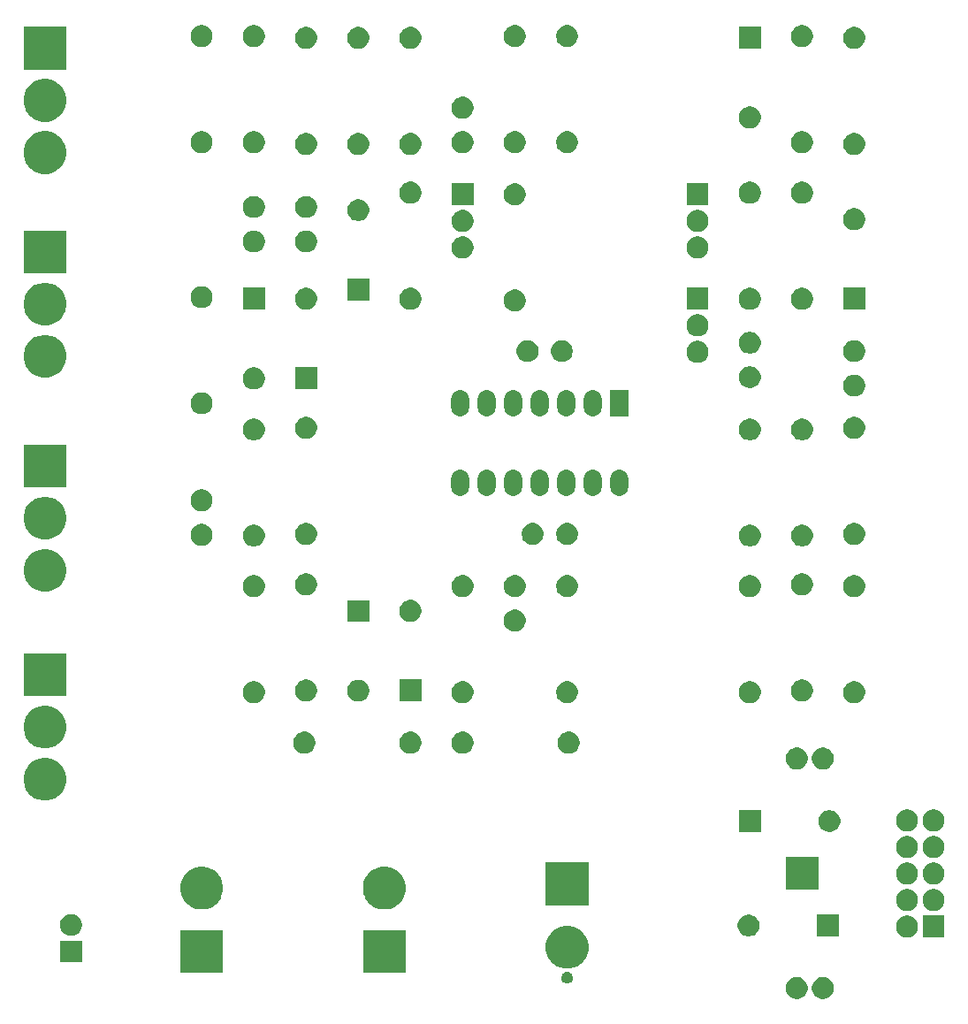
<source format=gts>
G04 #@! TF.GenerationSoftware,KiCad,Pcbnew,5.1.5+dfsg1-2build2*
G04 #@! TF.CreationDate,2021-02-03T14:21:51+01:00*
G04 #@! TF.ProjectId,Drum-k,4472756d-2d6b-42e6-9b69-6361645f7063,rev?*
G04 #@! TF.SameCoordinates,Original*
G04 #@! TF.FileFunction,Soldermask,Top*
G04 #@! TF.FilePolarity,Negative*
%FSLAX46Y46*%
G04 Gerber Fmt 4.6, Leading zero omitted, Abs format (unit mm)*
G04 Created by KiCad (PCBNEW 5.1.5+dfsg1-2build2) date 2021-02-03 14:21:51*
%MOMM*%
%LPD*%
G04 APERTURE LIST*
%ADD10C,0.100000*%
G04 APERTURE END LIST*
D10*
G36*
X134806564Y-129989389D02*
G01*
X134997833Y-130068615D01*
X134997835Y-130068616D01*
X135169973Y-130183635D01*
X135316365Y-130330027D01*
X135422114Y-130488291D01*
X135431385Y-130502167D01*
X135510611Y-130693436D01*
X135551000Y-130896484D01*
X135551000Y-131103516D01*
X135510611Y-131306564D01*
X135431385Y-131497833D01*
X135431384Y-131497835D01*
X135316365Y-131669973D01*
X135169973Y-131816365D01*
X134997835Y-131931384D01*
X134997834Y-131931385D01*
X134997833Y-131931385D01*
X134806564Y-132010611D01*
X134603516Y-132051000D01*
X134396484Y-132051000D01*
X134193436Y-132010611D01*
X134002167Y-131931385D01*
X134002166Y-131931385D01*
X134002165Y-131931384D01*
X133830027Y-131816365D01*
X133683635Y-131669973D01*
X133568616Y-131497835D01*
X133568615Y-131497833D01*
X133489389Y-131306564D01*
X133449000Y-131103516D01*
X133449000Y-130896484D01*
X133489389Y-130693436D01*
X133568615Y-130502167D01*
X133577887Y-130488291D01*
X133683635Y-130330027D01*
X133830027Y-130183635D01*
X134002165Y-130068616D01*
X134002167Y-130068615D01*
X134193436Y-129989389D01*
X134396484Y-129949000D01*
X134603516Y-129949000D01*
X134806564Y-129989389D01*
G37*
G36*
X132306564Y-129989389D02*
G01*
X132497833Y-130068615D01*
X132497835Y-130068616D01*
X132669973Y-130183635D01*
X132816365Y-130330027D01*
X132922114Y-130488291D01*
X132931385Y-130502167D01*
X133010611Y-130693436D01*
X133051000Y-130896484D01*
X133051000Y-131103516D01*
X133010611Y-131306564D01*
X132931385Y-131497833D01*
X132931384Y-131497835D01*
X132816365Y-131669973D01*
X132669973Y-131816365D01*
X132497835Y-131931384D01*
X132497834Y-131931385D01*
X132497833Y-131931385D01*
X132306564Y-132010611D01*
X132103516Y-132051000D01*
X131896484Y-132051000D01*
X131693436Y-132010611D01*
X131502167Y-131931385D01*
X131502166Y-131931385D01*
X131502165Y-131931384D01*
X131330027Y-131816365D01*
X131183635Y-131669973D01*
X131068616Y-131497835D01*
X131068615Y-131497833D01*
X130989389Y-131306564D01*
X130949000Y-131103516D01*
X130949000Y-130896484D01*
X130989389Y-130693436D01*
X131068615Y-130502167D01*
X131077887Y-130488291D01*
X131183635Y-130330027D01*
X131330027Y-130183635D01*
X131502165Y-130068616D01*
X131502167Y-130068615D01*
X131693436Y-129989389D01*
X131896484Y-129949000D01*
X132103516Y-129949000D01*
X132306564Y-129989389D01*
G37*
G36*
X110160721Y-129470174D02*
G01*
X110260995Y-129511709D01*
X110260996Y-129511710D01*
X110351242Y-129572010D01*
X110427990Y-129648758D01*
X110427991Y-129648760D01*
X110488291Y-129739005D01*
X110529826Y-129839279D01*
X110551000Y-129945730D01*
X110551000Y-130054270D01*
X110529826Y-130160721D01*
X110488291Y-130260995D01*
X110488290Y-130260996D01*
X110427990Y-130351242D01*
X110351242Y-130427990D01*
X110305812Y-130458345D01*
X110260995Y-130488291D01*
X110160721Y-130529826D01*
X110054270Y-130551000D01*
X109945730Y-130551000D01*
X109839279Y-130529826D01*
X109739005Y-130488291D01*
X109694188Y-130458345D01*
X109648758Y-130427990D01*
X109572010Y-130351242D01*
X109511710Y-130260996D01*
X109511709Y-130260995D01*
X109470174Y-130160721D01*
X109449000Y-130054270D01*
X109449000Y-129945730D01*
X109470174Y-129839279D01*
X109511709Y-129739005D01*
X109572009Y-129648760D01*
X109572010Y-129648758D01*
X109648758Y-129572010D01*
X109739004Y-129511710D01*
X109739005Y-129511709D01*
X109839279Y-129470174D01*
X109945730Y-129449000D01*
X110054270Y-129449000D01*
X110160721Y-129470174D01*
G37*
G36*
X94551000Y-129551000D02*
G01*
X90449000Y-129551000D01*
X90449000Y-125449000D01*
X94551000Y-125449000D01*
X94551000Y-129551000D01*
G37*
G36*
X77051000Y-129551000D02*
G01*
X72949000Y-129551000D01*
X72949000Y-125449000D01*
X77051000Y-125449000D01*
X77051000Y-129551000D01*
G37*
G36*
X110598254Y-125107818D02*
G01*
X110971511Y-125262426D01*
X110971513Y-125262427D01*
X111307436Y-125486884D01*
X111593116Y-125772564D01*
X111752174Y-126010610D01*
X111817574Y-126108489D01*
X111972182Y-126481746D01*
X112051000Y-126877993D01*
X112051000Y-127282007D01*
X111972182Y-127678254D01*
X111817574Y-128051511D01*
X111817573Y-128051513D01*
X111593116Y-128387436D01*
X111307436Y-128673116D01*
X110971513Y-128897573D01*
X110971512Y-128897574D01*
X110971511Y-128897574D01*
X110598254Y-129052182D01*
X110202007Y-129131000D01*
X109797993Y-129131000D01*
X109401746Y-129052182D01*
X109028489Y-128897574D01*
X109028488Y-128897574D01*
X109028487Y-128897573D01*
X108692564Y-128673116D01*
X108406884Y-128387436D01*
X108182427Y-128051513D01*
X108182426Y-128051511D01*
X108027818Y-127678254D01*
X107949000Y-127282007D01*
X107949000Y-126877993D01*
X108027818Y-126481746D01*
X108182426Y-126108489D01*
X108247827Y-126010610D01*
X108406884Y-125772564D01*
X108692564Y-125486884D01*
X109028487Y-125262427D01*
X109028489Y-125262426D01*
X109401746Y-125107818D01*
X109797993Y-125029000D01*
X110202007Y-125029000D01*
X110598254Y-125107818D01*
G37*
G36*
X63551000Y-128551000D02*
G01*
X61449000Y-128551000D01*
X61449000Y-126449000D01*
X63551000Y-126449000D01*
X63551000Y-128551000D01*
G37*
G36*
X142866564Y-124089389D02*
G01*
X143057833Y-124168615D01*
X143057835Y-124168616D01*
X143229973Y-124283635D01*
X143376365Y-124430027D01*
X143491385Y-124602167D01*
X143570611Y-124793436D01*
X143611000Y-124996484D01*
X143611000Y-125203516D01*
X143570611Y-125406564D01*
X143537341Y-125486884D01*
X143491384Y-125597835D01*
X143376365Y-125769973D01*
X143229973Y-125916365D01*
X143057835Y-126031384D01*
X143057834Y-126031385D01*
X143057833Y-126031385D01*
X142866564Y-126110611D01*
X142663516Y-126151000D01*
X142456484Y-126151000D01*
X142253436Y-126110611D01*
X142062167Y-126031385D01*
X142062166Y-126031385D01*
X142062165Y-126031384D01*
X141890027Y-125916365D01*
X141743635Y-125769973D01*
X141628616Y-125597835D01*
X141582659Y-125486884D01*
X141549389Y-125406564D01*
X141509000Y-125203516D01*
X141509000Y-124996484D01*
X141549389Y-124793436D01*
X141628615Y-124602167D01*
X141743635Y-124430027D01*
X141890027Y-124283635D01*
X142062165Y-124168616D01*
X142062167Y-124168615D01*
X142253436Y-124089389D01*
X142456484Y-124049000D01*
X142663516Y-124049000D01*
X142866564Y-124089389D01*
G37*
G36*
X146151000Y-126151000D02*
G01*
X144049000Y-126151000D01*
X144049000Y-124049000D01*
X146151000Y-124049000D01*
X146151000Y-126151000D01*
G37*
G36*
X136051000Y-126051000D02*
G01*
X133949000Y-126051000D01*
X133949000Y-123949000D01*
X136051000Y-123949000D01*
X136051000Y-126051000D01*
G37*
G36*
X127686564Y-123989389D02*
G01*
X127877833Y-124068615D01*
X127877835Y-124068616D01*
X127908924Y-124089389D01*
X128049973Y-124183635D01*
X128196365Y-124330027D01*
X128311385Y-124502167D01*
X128390611Y-124693436D01*
X128431000Y-124896484D01*
X128431000Y-125103516D01*
X128390611Y-125306564D01*
X128315920Y-125486884D01*
X128311384Y-125497835D01*
X128196365Y-125669973D01*
X128049973Y-125816365D01*
X127877835Y-125931384D01*
X127877834Y-125931385D01*
X127877833Y-125931385D01*
X127686564Y-126010611D01*
X127483516Y-126051000D01*
X127276484Y-126051000D01*
X127073436Y-126010611D01*
X126882167Y-125931385D01*
X126882166Y-125931385D01*
X126882165Y-125931384D01*
X126710027Y-125816365D01*
X126563635Y-125669973D01*
X126448616Y-125497835D01*
X126444080Y-125486884D01*
X126369389Y-125306564D01*
X126329000Y-125103516D01*
X126329000Y-124896484D01*
X126369389Y-124693436D01*
X126448615Y-124502167D01*
X126563635Y-124330027D01*
X126710027Y-124183635D01*
X126851076Y-124089389D01*
X126882165Y-124068616D01*
X126882167Y-124068615D01*
X127073436Y-123989389D01*
X127276484Y-123949000D01*
X127483516Y-123949000D01*
X127686564Y-123989389D01*
G37*
G36*
X62806564Y-123949389D02*
G01*
X62997833Y-124028615D01*
X62997835Y-124028616D01*
X63169973Y-124143635D01*
X63316365Y-124290027D01*
X63431385Y-124462167D01*
X63510611Y-124653436D01*
X63551000Y-124856484D01*
X63551000Y-125063516D01*
X63510611Y-125266564D01*
X63494042Y-125306565D01*
X63431384Y-125457835D01*
X63316365Y-125629973D01*
X63169973Y-125776365D01*
X62997835Y-125891384D01*
X62997834Y-125891385D01*
X62997833Y-125891385D01*
X62806564Y-125970611D01*
X62603516Y-126011000D01*
X62396484Y-126011000D01*
X62193436Y-125970611D01*
X62002167Y-125891385D01*
X62002166Y-125891385D01*
X62002165Y-125891384D01*
X61830027Y-125776365D01*
X61683635Y-125629973D01*
X61568616Y-125457835D01*
X61505958Y-125306565D01*
X61489389Y-125266564D01*
X61449000Y-125063516D01*
X61449000Y-124856484D01*
X61489389Y-124653436D01*
X61568615Y-124462167D01*
X61683635Y-124290027D01*
X61830027Y-124143635D01*
X62002165Y-124028616D01*
X62002167Y-124028615D01*
X62193436Y-123949389D01*
X62396484Y-123909000D01*
X62603516Y-123909000D01*
X62806564Y-123949389D01*
G37*
G36*
X142866564Y-121549389D02*
G01*
X143057833Y-121628615D01*
X143057835Y-121628616D01*
X143229973Y-121743635D01*
X143376365Y-121890027D01*
X143462044Y-122018254D01*
X143491385Y-122062167D01*
X143570611Y-122253436D01*
X143611000Y-122456484D01*
X143611000Y-122663516D01*
X143570611Y-122866564D01*
X143509907Y-123013116D01*
X143491384Y-123057835D01*
X143376365Y-123229973D01*
X143229973Y-123376365D01*
X143057835Y-123491384D01*
X143057834Y-123491385D01*
X143057833Y-123491385D01*
X142866564Y-123570611D01*
X142663516Y-123611000D01*
X142456484Y-123611000D01*
X142253436Y-123570611D01*
X142062167Y-123491385D01*
X142062166Y-123491385D01*
X142062165Y-123491384D01*
X141890027Y-123376365D01*
X141743635Y-123229973D01*
X141628616Y-123057835D01*
X141610093Y-123013116D01*
X141549389Y-122866564D01*
X141509000Y-122663516D01*
X141509000Y-122456484D01*
X141549389Y-122253436D01*
X141628615Y-122062167D01*
X141657957Y-122018254D01*
X141743635Y-121890027D01*
X141890027Y-121743635D01*
X142062165Y-121628616D01*
X142062167Y-121628615D01*
X142253436Y-121549389D01*
X142456484Y-121509000D01*
X142663516Y-121509000D01*
X142866564Y-121549389D01*
G37*
G36*
X145406564Y-121549389D02*
G01*
X145597833Y-121628615D01*
X145597835Y-121628616D01*
X145769973Y-121743635D01*
X145916365Y-121890027D01*
X146002044Y-122018254D01*
X146031385Y-122062167D01*
X146110611Y-122253436D01*
X146151000Y-122456484D01*
X146151000Y-122663516D01*
X146110611Y-122866564D01*
X146049907Y-123013116D01*
X146031384Y-123057835D01*
X145916365Y-123229973D01*
X145769973Y-123376365D01*
X145597835Y-123491384D01*
X145597834Y-123491385D01*
X145597833Y-123491385D01*
X145406564Y-123570611D01*
X145203516Y-123611000D01*
X144996484Y-123611000D01*
X144793436Y-123570611D01*
X144602167Y-123491385D01*
X144602166Y-123491385D01*
X144602165Y-123491384D01*
X144430027Y-123376365D01*
X144283635Y-123229973D01*
X144168616Y-123057835D01*
X144150093Y-123013116D01*
X144089389Y-122866564D01*
X144049000Y-122663516D01*
X144049000Y-122456484D01*
X144089389Y-122253436D01*
X144168615Y-122062167D01*
X144197957Y-122018254D01*
X144283635Y-121890027D01*
X144430027Y-121743635D01*
X144602165Y-121628616D01*
X144602167Y-121628615D01*
X144793436Y-121549389D01*
X144996484Y-121509000D01*
X145203516Y-121509000D01*
X145406564Y-121549389D01*
G37*
G36*
X75598254Y-119447818D02*
G01*
X75777748Y-119522167D01*
X75971513Y-119602427D01*
X76307436Y-119826884D01*
X76593116Y-120112564D01*
X76736107Y-120326564D01*
X76817574Y-120448489D01*
X76972182Y-120821746D01*
X77051000Y-121217993D01*
X77051000Y-121622007D01*
X76972182Y-122018254D01*
X76874767Y-122253435D01*
X76817573Y-122391513D01*
X76593116Y-122727436D01*
X76307436Y-123013116D01*
X75971513Y-123237573D01*
X75971512Y-123237574D01*
X75971511Y-123237574D01*
X75598254Y-123392182D01*
X75202007Y-123471000D01*
X74797993Y-123471000D01*
X74401746Y-123392182D01*
X74028489Y-123237574D01*
X74028488Y-123237574D01*
X74028487Y-123237573D01*
X73692564Y-123013116D01*
X73406884Y-122727436D01*
X73182427Y-122391513D01*
X73125233Y-122253435D01*
X73027818Y-122018254D01*
X72949000Y-121622007D01*
X72949000Y-121217993D01*
X73027818Y-120821746D01*
X73182426Y-120448489D01*
X73263894Y-120326564D01*
X73406884Y-120112564D01*
X73692564Y-119826884D01*
X74028487Y-119602427D01*
X74222252Y-119522167D01*
X74401746Y-119447818D01*
X74797993Y-119369000D01*
X75202007Y-119369000D01*
X75598254Y-119447818D01*
G37*
G36*
X93098254Y-119447818D02*
G01*
X93277748Y-119522167D01*
X93471513Y-119602427D01*
X93807436Y-119826884D01*
X94093116Y-120112564D01*
X94236107Y-120326564D01*
X94317574Y-120448489D01*
X94472182Y-120821746D01*
X94551000Y-121217993D01*
X94551000Y-121622007D01*
X94472182Y-122018254D01*
X94374767Y-122253435D01*
X94317573Y-122391513D01*
X94093116Y-122727436D01*
X93807436Y-123013116D01*
X93471513Y-123237573D01*
X93471512Y-123237574D01*
X93471511Y-123237574D01*
X93098254Y-123392182D01*
X92702007Y-123471000D01*
X92297993Y-123471000D01*
X91901746Y-123392182D01*
X91528489Y-123237574D01*
X91528488Y-123237574D01*
X91528487Y-123237573D01*
X91192564Y-123013116D01*
X90906884Y-122727436D01*
X90682427Y-122391513D01*
X90625233Y-122253435D01*
X90527818Y-122018254D01*
X90449000Y-121622007D01*
X90449000Y-121217993D01*
X90527818Y-120821746D01*
X90682426Y-120448489D01*
X90763894Y-120326564D01*
X90906884Y-120112564D01*
X91192564Y-119826884D01*
X91528487Y-119602427D01*
X91722252Y-119522167D01*
X91901746Y-119447818D01*
X92297993Y-119369000D01*
X92702007Y-119369000D01*
X93098254Y-119447818D01*
G37*
G36*
X112051000Y-123051000D02*
G01*
X107949000Y-123051000D01*
X107949000Y-118949000D01*
X112051000Y-118949000D01*
X112051000Y-123051000D01*
G37*
G36*
X134051000Y-121551000D02*
G01*
X130949000Y-121551000D01*
X130949000Y-118449000D01*
X134051000Y-118449000D01*
X134051000Y-121551000D01*
G37*
G36*
X145406564Y-119009389D02*
G01*
X145597833Y-119088615D01*
X145597835Y-119088616D01*
X145769973Y-119203635D01*
X145916365Y-119350027D01*
X145981708Y-119447819D01*
X146031385Y-119522167D01*
X146110611Y-119713436D01*
X146151000Y-119916484D01*
X146151000Y-120123516D01*
X146110611Y-120326564D01*
X146060109Y-120448487D01*
X146031384Y-120517835D01*
X145916365Y-120689973D01*
X145769973Y-120836365D01*
X145597835Y-120951384D01*
X145597834Y-120951385D01*
X145597833Y-120951385D01*
X145406564Y-121030611D01*
X145203516Y-121071000D01*
X144996484Y-121071000D01*
X144793436Y-121030611D01*
X144602167Y-120951385D01*
X144602166Y-120951385D01*
X144602165Y-120951384D01*
X144430027Y-120836365D01*
X144283635Y-120689973D01*
X144168616Y-120517835D01*
X144139891Y-120448487D01*
X144089389Y-120326564D01*
X144049000Y-120123516D01*
X144049000Y-119916484D01*
X144089389Y-119713436D01*
X144168615Y-119522167D01*
X144218293Y-119447819D01*
X144283635Y-119350027D01*
X144430027Y-119203635D01*
X144602165Y-119088616D01*
X144602167Y-119088615D01*
X144793436Y-119009389D01*
X144996484Y-118969000D01*
X145203516Y-118969000D01*
X145406564Y-119009389D01*
G37*
G36*
X142866564Y-119009389D02*
G01*
X143057833Y-119088615D01*
X143057835Y-119088616D01*
X143229973Y-119203635D01*
X143376365Y-119350027D01*
X143441708Y-119447819D01*
X143491385Y-119522167D01*
X143570611Y-119713436D01*
X143611000Y-119916484D01*
X143611000Y-120123516D01*
X143570611Y-120326564D01*
X143520109Y-120448487D01*
X143491384Y-120517835D01*
X143376365Y-120689973D01*
X143229973Y-120836365D01*
X143057835Y-120951384D01*
X143057834Y-120951385D01*
X143057833Y-120951385D01*
X142866564Y-121030611D01*
X142663516Y-121071000D01*
X142456484Y-121071000D01*
X142253436Y-121030611D01*
X142062167Y-120951385D01*
X142062166Y-120951385D01*
X142062165Y-120951384D01*
X141890027Y-120836365D01*
X141743635Y-120689973D01*
X141628616Y-120517835D01*
X141599891Y-120448487D01*
X141549389Y-120326564D01*
X141509000Y-120123516D01*
X141509000Y-119916484D01*
X141549389Y-119713436D01*
X141628615Y-119522167D01*
X141678293Y-119447819D01*
X141743635Y-119350027D01*
X141890027Y-119203635D01*
X142062165Y-119088616D01*
X142062167Y-119088615D01*
X142253436Y-119009389D01*
X142456484Y-118969000D01*
X142663516Y-118969000D01*
X142866564Y-119009389D01*
G37*
G36*
X142866564Y-116469389D02*
G01*
X143057833Y-116548615D01*
X143057835Y-116548616D01*
X143229973Y-116663635D01*
X143376365Y-116810027D01*
X143491385Y-116982167D01*
X143570611Y-117173436D01*
X143611000Y-117376484D01*
X143611000Y-117583516D01*
X143570611Y-117786564D01*
X143491385Y-117977833D01*
X143491384Y-117977835D01*
X143376365Y-118149973D01*
X143229973Y-118296365D01*
X143057835Y-118411384D01*
X143057834Y-118411385D01*
X143057833Y-118411385D01*
X142866564Y-118490611D01*
X142663516Y-118531000D01*
X142456484Y-118531000D01*
X142253436Y-118490611D01*
X142062167Y-118411385D01*
X142062166Y-118411385D01*
X142062165Y-118411384D01*
X141890027Y-118296365D01*
X141743635Y-118149973D01*
X141628616Y-117977835D01*
X141628615Y-117977833D01*
X141549389Y-117786564D01*
X141509000Y-117583516D01*
X141509000Y-117376484D01*
X141549389Y-117173436D01*
X141628615Y-116982167D01*
X141743635Y-116810027D01*
X141890027Y-116663635D01*
X142062165Y-116548616D01*
X142062167Y-116548615D01*
X142253436Y-116469389D01*
X142456484Y-116429000D01*
X142663516Y-116429000D01*
X142866564Y-116469389D01*
G37*
G36*
X145406564Y-116469389D02*
G01*
X145597833Y-116548615D01*
X145597835Y-116548616D01*
X145769973Y-116663635D01*
X145916365Y-116810027D01*
X146031385Y-116982167D01*
X146110611Y-117173436D01*
X146151000Y-117376484D01*
X146151000Y-117583516D01*
X146110611Y-117786564D01*
X146031385Y-117977833D01*
X146031384Y-117977835D01*
X145916365Y-118149973D01*
X145769973Y-118296365D01*
X145597835Y-118411384D01*
X145597834Y-118411385D01*
X145597833Y-118411385D01*
X145406564Y-118490611D01*
X145203516Y-118531000D01*
X144996484Y-118531000D01*
X144793436Y-118490611D01*
X144602167Y-118411385D01*
X144602166Y-118411385D01*
X144602165Y-118411384D01*
X144430027Y-118296365D01*
X144283635Y-118149973D01*
X144168616Y-117977835D01*
X144168615Y-117977833D01*
X144089389Y-117786564D01*
X144049000Y-117583516D01*
X144049000Y-117376484D01*
X144089389Y-117173436D01*
X144168615Y-116982167D01*
X144283635Y-116810027D01*
X144430027Y-116663635D01*
X144602165Y-116548616D01*
X144602167Y-116548615D01*
X144793436Y-116469389D01*
X144996484Y-116429000D01*
X145203516Y-116429000D01*
X145406564Y-116469389D01*
G37*
G36*
X135426564Y-113989389D02*
G01*
X135617833Y-114068615D01*
X135617835Y-114068616D01*
X135789973Y-114183635D01*
X135936365Y-114330027D01*
X136011295Y-114442167D01*
X136051385Y-114502167D01*
X136130611Y-114693436D01*
X136171000Y-114896484D01*
X136171000Y-115103516D01*
X136130611Y-115306564D01*
X136076237Y-115437835D01*
X136051384Y-115497835D01*
X135936365Y-115669973D01*
X135789973Y-115816365D01*
X135617835Y-115931384D01*
X135617834Y-115931385D01*
X135617833Y-115931385D01*
X135426564Y-116010611D01*
X135223516Y-116051000D01*
X135016484Y-116051000D01*
X134813436Y-116010611D01*
X134622167Y-115931385D01*
X134622166Y-115931385D01*
X134622165Y-115931384D01*
X134450027Y-115816365D01*
X134303635Y-115669973D01*
X134188616Y-115497835D01*
X134163763Y-115437835D01*
X134109389Y-115306564D01*
X134069000Y-115103516D01*
X134069000Y-114896484D01*
X134109389Y-114693436D01*
X134188615Y-114502167D01*
X134228706Y-114442167D01*
X134303635Y-114330027D01*
X134450027Y-114183635D01*
X134622165Y-114068616D01*
X134622167Y-114068615D01*
X134813436Y-113989389D01*
X135016484Y-113949000D01*
X135223516Y-113949000D01*
X135426564Y-113989389D01*
G37*
G36*
X128551000Y-116051000D02*
G01*
X126449000Y-116051000D01*
X126449000Y-113949000D01*
X128551000Y-113949000D01*
X128551000Y-116051000D01*
G37*
G36*
X142866564Y-113929389D02*
G01*
X143057833Y-114008615D01*
X143057835Y-114008616D01*
X143147630Y-114068615D01*
X143229973Y-114123635D01*
X143376365Y-114270027D01*
X143491385Y-114442167D01*
X143570611Y-114633436D01*
X143611000Y-114836484D01*
X143611000Y-115043516D01*
X143570611Y-115246564D01*
X143491385Y-115437833D01*
X143491384Y-115437835D01*
X143376365Y-115609973D01*
X143229973Y-115756365D01*
X143057835Y-115871384D01*
X143057834Y-115871385D01*
X143057833Y-115871385D01*
X142866564Y-115950611D01*
X142663516Y-115991000D01*
X142456484Y-115991000D01*
X142253436Y-115950611D01*
X142062167Y-115871385D01*
X142062166Y-115871385D01*
X142062165Y-115871384D01*
X141890027Y-115756365D01*
X141743635Y-115609973D01*
X141628616Y-115437835D01*
X141628615Y-115437833D01*
X141549389Y-115246564D01*
X141509000Y-115043516D01*
X141509000Y-114836484D01*
X141549389Y-114633436D01*
X141628615Y-114442167D01*
X141743635Y-114270027D01*
X141890027Y-114123635D01*
X141972370Y-114068615D01*
X142062165Y-114008616D01*
X142062167Y-114008615D01*
X142253436Y-113929389D01*
X142456484Y-113889000D01*
X142663516Y-113889000D01*
X142866564Y-113929389D01*
G37*
G36*
X145406564Y-113929389D02*
G01*
X145597833Y-114008615D01*
X145597835Y-114008616D01*
X145687630Y-114068615D01*
X145769973Y-114123635D01*
X145916365Y-114270027D01*
X146031385Y-114442167D01*
X146110611Y-114633436D01*
X146151000Y-114836484D01*
X146151000Y-115043516D01*
X146110611Y-115246564D01*
X146031385Y-115437833D01*
X146031384Y-115437835D01*
X145916365Y-115609973D01*
X145769973Y-115756365D01*
X145597835Y-115871384D01*
X145597834Y-115871385D01*
X145597833Y-115871385D01*
X145406564Y-115950611D01*
X145203516Y-115991000D01*
X144996484Y-115991000D01*
X144793436Y-115950611D01*
X144602167Y-115871385D01*
X144602166Y-115871385D01*
X144602165Y-115871384D01*
X144430027Y-115756365D01*
X144283635Y-115609973D01*
X144168616Y-115437835D01*
X144168615Y-115437833D01*
X144089389Y-115246564D01*
X144049000Y-115043516D01*
X144049000Y-114836484D01*
X144089389Y-114633436D01*
X144168615Y-114442167D01*
X144283635Y-114270027D01*
X144430027Y-114123635D01*
X144512370Y-114068615D01*
X144602165Y-114008616D01*
X144602167Y-114008615D01*
X144793436Y-113929389D01*
X144996484Y-113889000D01*
X145203516Y-113889000D01*
X145406564Y-113929389D01*
G37*
G36*
X60598254Y-109027818D02*
G01*
X60971511Y-109182426D01*
X60971513Y-109182427D01*
X61307436Y-109406884D01*
X61593116Y-109692564D01*
X61805629Y-110010611D01*
X61817574Y-110028489D01*
X61972182Y-110401746D01*
X62051000Y-110797993D01*
X62051000Y-111202007D01*
X61972182Y-111598254D01*
X61817574Y-111971511D01*
X61817573Y-111971513D01*
X61593116Y-112307436D01*
X61307436Y-112593116D01*
X60971513Y-112817573D01*
X60971512Y-112817574D01*
X60971511Y-112817574D01*
X60598254Y-112972182D01*
X60202007Y-113051000D01*
X59797993Y-113051000D01*
X59401746Y-112972182D01*
X59028489Y-112817574D01*
X59028488Y-112817574D01*
X59028487Y-112817573D01*
X58692564Y-112593116D01*
X58406884Y-112307436D01*
X58182427Y-111971513D01*
X58182426Y-111971511D01*
X58027818Y-111598254D01*
X57949000Y-111202007D01*
X57949000Y-110797993D01*
X58027818Y-110401746D01*
X58182426Y-110028489D01*
X58194372Y-110010611D01*
X58406884Y-109692564D01*
X58692564Y-109406884D01*
X59028487Y-109182427D01*
X59028489Y-109182426D01*
X59401746Y-109027818D01*
X59797993Y-108949000D01*
X60202007Y-108949000D01*
X60598254Y-109027818D01*
G37*
G36*
X134806564Y-107989389D02*
G01*
X134997833Y-108068615D01*
X134997835Y-108068616D01*
X135169973Y-108183635D01*
X135316365Y-108330027D01*
X135384090Y-108431384D01*
X135431385Y-108502167D01*
X135510611Y-108693436D01*
X135551000Y-108896484D01*
X135551000Y-109103516D01*
X135510611Y-109306564D01*
X135469057Y-109406884D01*
X135431384Y-109497835D01*
X135316365Y-109669973D01*
X135169973Y-109816365D01*
X134997835Y-109931384D01*
X134997834Y-109931385D01*
X134997833Y-109931385D01*
X134806564Y-110010611D01*
X134603516Y-110051000D01*
X134396484Y-110051000D01*
X134193436Y-110010611D01*
X134002167Y-109931385D01*
X134002166Y-109931385D01*
X134002165Y-109931384D01*
X133830027Y-109816365D01*
X133683635Y-109669973D01*
X133568616Y-109497835D01*
X133530943Y-109406884D01*
X133489389Y-109306564D01*
X133449000Y-109103516D01*
X133449000Y-108896484D01*
X133489389Y-108693436D01*
X133568615Y-108502167D01*
X133615911Y-108431384D01*
X133683635Y-108330027D01*
X133830027Y-108183635D01*
X134002165Y-108068616D01*
X134002167Y-108068615D01*
X134193436Y-107989389D01*
X134396484Y-107949000D01*
X134603516Y-107949000D01*
X134806564Y-107989389D01*
G37*
G36*
X132306564Y-107989389D02*
G01*
X132497833Y-108068615D01*
X132497835Y-108068616D01*
X132669973Y-108183635D01*
X132816365Y-108330027D01*
X132884090Y-108431384D01*
X132931385Y-108502167D01*
X133010611Y-108693436D01*
X133051000Y-108896484D01*
X133051000Y-109103516D01*
X133010611Y-109306564D01*
X132969057Y-109406884D01*
X132931384Y-109497835D01*
X132816365Y-109669973D01*
X132669973Y-109816365D01*
X132497835Y-109931384D01*
X132497834Y-109931385D01*
X132497833Y-109931385D01*
X132306564Y-110010611D01*
X132103516Y-110051000D01*
X131896484Y-110051000D01*
X131693436Y-110010611D01*
X131502167Y-109931385D01*
X131502166Y-109931385D01*
X131502165Y-109931384D01*
X131330027Y-109816365D01*
X131183635Y-109669973D01*
X131068616Y-109497835D01*
X131030943Y-109406884D01*
X130989389Y-109306564D01*
X130949000Y-109103516D01*
X130949000Y-108896484D01*
X130989389Y-108693436D01*
X131068615Y-108502167D01*
X131115911Y-108431384D01*
X131183635Y-108330027D01*
X131330027Y-108183635D01*
X131502165Y-108068616D01*
X131502167Y-108068615D01*
X131693436Y-107989389D01*
X131896484Y-107949000D01*
X132103516Y-107949000D01*
X132306564Y-107989389D01*
G37*
G36*
X85146564Y-106489389D02*
G01*
X85337833Y-106568615D01*
X85337835Y-106568616D01*
X85509973Y-106683635D01*
X85656365Y-106830027D01*
X85750902Y-106971511D01*
X85771385Y-107002167D01*
X85850611Y-107193436D01*
X85891000Y-107396484D01*
X85891000Y-107603516D01*
X85850611Y-107806564D01*
X85774882Y-107989390D01*
X85771384Y-107997835D01*
X85656365Y-108169973D01*
X85509973Y-108316365D01*
X85337835Y-108431384D01*
X85337834Y-108431385D01*
X85337833Y-108431385D01*
X85146564Y-108510611D01*
X84943516Y-108551000D01*
X84736484Y-108551000D01*
X84533436Y-108510611D01*
X84342167Y-108431385D01*
X84342166Y-108431385D01*
X84342165Y-108431384D01*
X84170027Y-108316365D01*
X84023635Y-108169973D01*
X83908616Y-107997835D01*
X83905118Y-107989390D01*
X83829389Y-107806564D01*
X83789000Y-107603516D01*
X83789000Y-107396484D01*
X83829389Y-107193436D01*
X83908615Y-107002167D01*
X83929099Y-106971511D01*
X84023635Y-106830027D01*
X84170027Y-106683635D01*
X84342165Y-106568616D01*
X84342167Y-106568615D01*
X84533436Y-106489389D01*
X84736484Y-106449000D01*
X84943516Y-106449000D01*
X85146564Y-106489389D01*
G37*
G36*
X95306564Y-106489389D02*
G01*
X95497833Y-106568615D01*
X95497835Y-106568616D01*
X95669973Y-106683635D01*
X95816365Y-106830027D01*
X95910902Y-106971511D01*
X95931385Y-107002167D01*
X96010611Y-107193436D01*
X96051000Y-107396484D01*
X96051000Y-107603516D01*
X96010611Y-107806564D01*
X95934882Y-107989390D01*
X95931384Y-107997835D01*
X95816365Y-108169973D01*
X95669973Y-108316365D01*
X95497835Y-108431384D01*
X95497834Y-108431385D01*
X95497833Y-108431385D01*
X95306564Y-108510611D01*
X95103516Y-108551000D01*
X94896484Y-108551000D01*
X94693436Y-108510611D01*
X94502167Y-108431385D01*
X94502166Y-108431385D01*
X94502165Y-108431384D01*
X94330027Y-108316365D01*
X94183635Y-108169973D01*
X94068616Y-107997835D01*
X94065118Y-107989390D01*
X93989389Y-107806564D01*
X93949000Y-107603516D01*
X93949000Y-107396484D01*
X93989389Y-107193436D01*
X94068615Y-107002167D01*
X94089099Y-106971511D01*
X94183635Y-106830027D01*
X94330027Y-106683635D01*
X94502165Y-106568616D01*
X94502167Y-106568615D01*
X94693436Y-106489389D01*
X94896484Y-106449000D01*
X95103516Y-106449000D01*
X95306564Y-106489389D01*
G37*
G36*
X100306564Y-106489389D02*
G01*
X100497833Y-106568615D01*
X100497835Y-106568616D01*
X100669973Y-106683635D01*
X100816365Y-106830027D01*
X100910902Y-106971511D01*
X100931385Y-107002167D01*
X101010611Y-107193436D01*
X101051000Y-107396484D01*
X101051000Y-107603516D01*
X101010611Y-107806564D01*
X100934882Y-107989390D01*
X100931384Y-107997835D01*
X100816365Y-108169973D01*
X100669973Y-108316365D01*
X100497835Y-108431384D01*
X100497834Y-108431385D01*
X100497833Y-108431385D01*
X100306564Y-108510611D01*
X100103516Y-108551000D01*
X99896484Y-108551000D01*
X99693436Y-108510611D01*
X99502167Y-108431385D01*
X99502166Y-108431385D01*
X99502165Y-108431384D01*
X99330027Y-108316365D01*
X99183635Y-108169973D01*
X99068616Y-107997835D01*
X99065118Y-107989390D01*
X98989389Y-107806564D01*
X98949000Y-107603516D01*
X98949000Y-107396484D01*
X98989389Y-107193436D01*
X99068615Y-107002167D01*
X99089099Y-106971511D01*
X99183635Y-106830027D01*
X99330027Y-106683635D01*
X99502165Y-106568616D01*
X99502167Y-106568615D01*
X99693436Y-106489389D01*
X99896484Y-106449000D01*
X100103516Y-106449000D01*
X100306564Y-106489389D01*
G37*
G36*
X110466564Y-106489389D02*
G01*
X110657833Y-106568615D01*
X110657835Y-106568616D01*
X110829973Y-106683635D01*
X110976365Y-106830027D01*
X111070902Y-106971511D01*
X111091385Y-107002167D01*
X111170611Y-107193436D01*
X111211000Y-107396484D01*
X111211000Y-107603516D01*
X111170611Y-107806564D01*
X111094882Y-107989390D01*
X111091384Y-107997835D01*
X110976365Y-108169973D01*
X110829973Y-108316365D01*
X110657835Y-108431384D01*
X110657834Y-108431385D01*
X110657833Y-108431385D01*
X110466564Y-108510611D01*
X110263516Y-108551000D01*
X110056484Y-108551000D01*
X109853436Y-108510611D01*
X109662167Y-108431385D01*
X109662166Y-108431385D01*
X109662165Y-108431384D01*
X109490027Y-108316365D01*
X109343635Y-108169973D01*
X109228616Y-107997835D01*
X109225118Y-107989390D01*
X109149389Y-107806564D01*
X109109000Y-107603516D01*
X109109000Y-107396484D01*
X109149389Y-107193436D01*
X109228615Y-107002167D01*
X109249099Y-106971511D01*
X109343635Y-106830027D01*
X109490027Y-106683635D01*
X109662165Y-106568616D01*
X109662167Y-106568615D01*
X109853436Y-106489389D01*
X110056484Y-106449000D01*
X110263516Y-106449000D01*
X110466564Y-106489389D01*
G37*
G36*
X60598254Y-104027818D02*
G01*
X60971511Y-104182426D01*
X60971513Y-104182427D01*
X61307436Y-104406884D01*
X61593116Y-104692564D01*
X61817574Y-105028489D01*
X61972182Y-105401746D01*
X62051000Y-105797993D01*
X62051000Y-106202007D01*
X61972182Y-106598254D01*
X61817574Y-106971511D01*
X61817573Y-106971513D01*
X61593116Y-107307436D01*
X61307436Y-107593116D01*
X60971513Y-107817573D01*
X60971512Y-107817574D01*
X60971511Y-107817574D01*
X60598254Y-107972182D01*
X60202007Y-108051000D01*
X59797993Y-108051000D01*
X59401746Y-107972182D01*
X59028489Y-107817574D01*
X59028488Y-107817574D01*
X59028487Y-107817573D01*
X58692564Y-107593116D01*
X58406884Y-107307436D01*
X58182427Y-106971513D01*
X58182426Y-106971511D01*
X58027818Y-106598254D01*
X57949000Y-106202007D01*
X57949000Y-105797993D01*
X58027818Y-105401746D01*
X58182426Y-105028489D01*
X58406884Y-104692564D01*
X58692564Y-104406884D01*
X59028487Y-104182427D01*
X59028489Y-104182426D01*
X59401746Y-104027818D01*
X59797993Y-103949000D01*
X60202007Y-103949000D01*
X60598254Y-104027818D01*
G37*
G36*
X127806564Y-101649389D02*
G01*
X127997833Y-101728615D01*
X127997835Y-101728616D01*
X128149607Y-101830027D01*
X128169973Y-101843635D01*
X128316365Y-101990027D01*
X128431385Y-102162167D01*
X128510611Y-102353436D01*
X128551000Y-102556484D01*
X128551000Y-102763516D01*
X128510611Y-102966564D01*
X128431385Y-103157833D01*
X128431384Y-103157835D01*
X128316365Y-103329973D01*
X128169973Y-103476365D01*
X127997835Y-103591384D01*
X127997834Y-103591385D01*
X127997833Y-103591385D01*
X127806564Y-103670611D01*
X127603516Y-103711000D01*
X127396484Y-103711000D01*
X127193436Y-103670611D01*
X127002167Y-103591385D01*
X127002166Y-103591385D01*
X127002165Y-103591384D01*
X126830027Y-103476365D01*
X126683635Y-103329973D01*
X126568616Y-103157835D01*
X126568615Y-103157833D01*
X126489389Y-102966564D01*
X126449000Y-102763516D01*
X126449000Y-102556484D01*
X126489389Y-102353436D01*
X126568615Y-102162167D01*
X126683635Y-101990027D01*
X126830027Y-101843635D01*
X126850393Y-101830027D01*
X127002165Y-101728616D01*
X127002167Y-101728615D01*
X127193436Y-101649389D01*
X127396484Y-101609000D01*
X127603516Y-101609000D01*
X127806564Y-101649389D01*
G37*
G36*
X100306564Y-101649389D02*
G01*
X100497833Y-101728615D01*
X100497835Y-101728616D01*
X100649607Y-101830027D01*
X100669973Y-101843635D01*
X100816365Y-101990027D01*
X100931385Y-102162167D01*
X101010611Y-102353436D01*
X101051000Y-102556484D01*
X101051000Y-102763516D01*
X101010611Y-102966564D01*
X100931385Y-103157833D01*
X100931384Y-103157835D01*
X100816365Y-103329973D01*
X100669973Y-103476365D01*
X100497835Y-103591384D01*
X100497834Y-103591385D01*
X100497833Y-103591385D01*
X100306564Y-103670611D01*
X100103516Y-103711000D01*
X99896484Y-103711000D01*
X99693436Y-103670611D01*
X99502167Y-103591385D01*
X99502166Y-103591385D01*
X99502165Y-103591384D01*
X99330027Y-103476365D01*
X99183635Y-103329973D01*
X99068616Y-103157835D01*
X99068615Y-103157833D01*
X98989389Y-102966564D01*
X98949000Y-102763516D01*
X98949000Y-102556484D01*
X98989389Y-102353436D01*
X99068615Y-102162167D01*
X99183635Y-101990027D01*
X99330027Y-101843635D01*
X99350393Y-101830027D01*
X99502165Y-101728616D01*
X99502167Y-101728615D01*
X99693436Y-101649389D01*
X99896484Y-101609000D01*
X100103516Y-101609000D01*
X100306564Y-101649389D01*
G37*
G36*
X137806564Y-101649389D02*
G01*
X137997833Y-101728615D01*
X137997835Y-101728616D01*
X138149607Y-101830027D01*
X138169973Y-101843635D01*
X138316365Y-101990027D01*
X138431385Y-102162167D01*
X138510611Y-102353436D01*
X138551000Y-102556484D01*
X138551000Y-102763516D01*
X138510611Y-102966564D01*
X138431385Y-103157833D01*
X138431384Y-103157835D01*
X138316365Y-103329973D01*
X138169973Y-103476365D01*
X137997835Y-103591384D01*
X137997834Y-103591385D01*
X137997833Y-103591385D01*
X137806564Y-103670611D01*
X137603516Y-103711000D01*
X137396484Y-103711000D01*
X137193436Y-103670611D01*
X137002167Y-103591385D01*
X137002166Y-103591385D01*
X137002165Y-103591384D01*
X136830027Y-103476365D01*
X136683635Y-103329973D01*
X136568616Y-103157835D01*
X136568615Y-103157833D01*
X136489389Y-102966564D01*
X136449000Y-102763516D01*
X136449000Y-102556484D01*
X136489389Y-102353436D01*
X136568615Y-102162167D01*
X136683635Y-101990027D01*
X136830027Y-101843635D01*
X136850393Y-101830027D01*
X137002165Y-101728616D01*
X137002167Y-101728615D01*
X137193436Y-101649389D01*
X137396484Y-101609000D01*
X137603516Y-101609000D01*
X137806564Y-101649389D01*
G37*
G36*
X80306564Y-101649389D02*
G01*
X80497833Y-101728615D01*
X80497835Y-101728616D01*
X80649607Y-101830027D01*
X80669973Y-101843635D01*
X80816365Y-101990027D01*
X80931385Y-102162167D01*
X81010611Y-102353436D01*
X81051000Y-102556484D01*
X81051000Y-102763516D01*
X81010611Y-102966564D01*
X80931385Y-103157833D01*
X80931384Y-103157835D01*
X80816365Y-103329973D01*
X80669973Y-103476365D01*
X80497835Y-103591384D01*
X80497834Y-103591385D01*
X80497833Y-103591385D01*
X80306564Y-103670611D01*
X80103516Y-103711000D01*
X79896484Y-103711000D01*
X79693436Y-103670611D01*
X79502167Y-103591385D01*
X79502166Y-103591385D01*
X79502165Y-103591384D01*
X79330027Y-103476365D01*
X79183635Y-103329973D01*
X79068616Y-103157835D01*
X79068615Y-103157833D01*
X78989389Y-102966564D01*
X78949000Y-102763516D01*
X78949000Y-102556484D01*
X78989389Y-102353436D01*
X79068615Y-102162167D01*
X79183635Y-101990027D01*
X79330027Y-101843635D01*
X79350393Y-101830027D01*
X79502165Y-101728616D01*
X79502167Y-101728615D01*
X79693436Y-101649389D01*
X79896484Y-101609000D01*
X80103516Y-101609000D01*
X80306564Y-101649389D01*
G37*
G36*
X110306564Y-101649389D02*
G01*
X110497833Y-101728615D01*
X110497835Y-101728616D01*
X110649607Y-101830027D01*
X110669973Y-101843635D01*
X110816365Y-101990027D01*
X110931385Y-102162167D01*
X111010611Y-102353436D01*
X111051000Y-102556484D01*
X111051000Y-102763516D01*
X111010611Y-102966564D01*
X110931385Y-103157833D01*
X110931384Y-103157835D01*
X110816365Y-103329973D01*
X110669973Y-103476365D01*
X110497835Y-103591384D01*
X110497834Y-103591385D01*
X110497833Y-103591385D01*
X110306564Y-103670611D01*
X110103516Y-103711000D01*
X109896484Y-103711000D01*
X109693436Y-103670611D01*
X109502167Y-103591385D01*
X109502166Y-103591385D01*
X109502165Y-103591384D01*
X109330027Y-103476365D01*
X109183635Y-103329973D01*
X109068616Y-103157835D01*
X109068615Y-103157833D01*
X108989389Y-102966564D01*
X108949000Y-102763516D01*
X108949000Y-102556484D01*
X108989389Y-102353436D01*
X109068615Y-102162167D01*
X109183635Y-101990027D01*
X109330027Y-101843635D01*
X109350393Y-101830027D01*
X109502165Y-101728616D01*
X109502167Y-101728615D01*
X109693436Y-101649389D01*
X109896484Y-101609000D01*
X110103516Y-101609000D01*
X110306564Y-101649389D01*
G37*
G36*
X90306564Y-101509389D02*
G01*
X90497833Y-101588615D01*
X90497835Y-101588616D01*
X90669973Y-101703635D01*
X90816365Y-101850027D01*
X90918022Y-102002167D01*
X90931385Y-102022167D01*
X91010611Y-102213436D01*
X91051000Y-102416484D01*
X91051000Y-102623516D01*
X91010611Y-102826564D01*
X90952621Y-102966564D01*
X90931384Y-103017835D01*
X90816365Y-103189973D01*
X90669973Y-103336365D01*
X90497835Y-103451384D01*
X90497834Y-103451385D01*
X90497833Y-103451385D01*
X90306564Y-103530611D01*
X90103516Y-103571000D01*
X89896484Y-103571000D01*
X89693436Y-103530611D01*
X89502167Y-103451385D01*
X89502166Y-103451385D01*
X89502165Y-103451384D01*
X89330027Y-103336365D01*
X89183635Y-103189973D01*
X89068616Y-103017835D01*
X89047379Y-102966564D01*
X88989389Y-102826564D01*
X88949000Y-102623516D01*
X88949000Y-102416484D01*
X88989389Y-102213436D01*
X89068615Y-102022167D01*
X89081979Y-102002167D01*
X89183635Y-101850027D01*
X89330027Y-101703635D01*
X89502165Y-101588616D01*
X89502167Y-101588615D01*
X89693436Y-101509389D01*
X89896484Y-101469000D01*
X90103516Y-101469000D01*
X90306564Y-101509389D01*
G37*
G36*
X132806564Y-101489389D02*
G01*
X132997833Y-101568615D01*
X132997835Y-101568616D01*
X133169973Y-101683635D01*
X133316365Y-101830027D01*
X133423274Y-101990027D01*
X133431385Y-102002167D01*
X133510611Y-102193436D01*
X133551000Y-102396484D01*
X133551000Y-102603516D01*
X133510611Y-102806564D01*
X133431385Y-102997833D01*
X133431384Y-102997835D01*
X133316365Y-103169973D01*
X133169973Y-103316365D01*
X132997835Y-103431384D01*
X132997834Y-103431385D01*
X132997833Y-103431385D01*
X132806564Y-103510611D01*
X132603516Y-103551000D01*
X132396484Y-103551000D01*
X132193436Y-103510611D01*
X132002167Y-103431385D01*
X132002166Y-103431385D01*
X132002165Y-103431384D01*
X131830027Y-103316365D01*
X131683635Y-103169973D01*
X131568616Y-102997835D01*
X131568615Y-102997833D01*
X131489389Y-102806564D01*
X131449000Y-102603516D01*
X131449000Y-102396484D01*
X131489389Y-102193436D01*
X131568615Y-102002167D01*
X131576727Y-101990027D01*
X131683635Y-101830027D01*
X131830027Y-101683635D01*
X132002165Y-101568616D01*
X132002167Y-101568615D01*
X132193436Y-101489389D01*
X132396484Y-101449000D01*
X132603516Y-101449000D01*
X132806564Y-101489389D01*
G37*
G36*
X85306564Y-101489389D02*
G01*
X85497833Y-101568615D01*
X85497835Y-101568616D01*
X85669973Y-101683635D01*
X85816365Y-101830027D01*
X85923274Y-101990027D01*
X85931385Y-102002167D01*
X86010611Y-102193436D01*
X86051000Y-102396484D01*
X86051000Y-102603516D01*
X86010611Y-102806564D01*
X85931385Y-102997833D01*
X85931384Y-102997835D01*
X85816365Y-103169973D01*
X85669973Y-103316365D01*
X85497835Y-103431384D01*
X85497834Y-103431385D01*
X85497833Y-103431385D01*
X85306564Y-103510611D01*
X85103516Y-103551000D01*
X84896484Y-103551000D01*
X84693436Y-103510611D01*
X84502167Y-103431385D01*
X84502166Y-103431385D01*
X84502165Y-103431384D01*
X84330027Y-103316365D01*
X84183635Y-103169973D01*
X84068616Y-102997835D01*
X84068615Y-102997833D01*
X83989389Y-102806564D01*
X83949000Y-102603516D01*
X83949000Y-102396484D01*
X83989389Y-102193436D01*
X84068615Y-102002167D01*
X84076727Y-101990027D01*
X84183635Y-101830027D01*
X84330027Y-101683635D01*
X84502165Y-101568616D01*
X84502167Y-101568615D01*
X84693436Y-101489389D01*
X84896484Y-101449000D01*
X85103516Y-101449000D01*
X85306564Y-101489389D01*
G37*
G36*
X96051000Y-103551000D02*
G01*
X93949000Y-103551000D01*
X93949000Y-101449000D01*
X96051000Y-101449000D01*
X96051000Y-103551000D01*
G37*
G36*
X62051000Y-103051000D02*
G01*
X57949000Y-103051000D01*
X57949000Y-98949000D01*
X62051000Y-98949000D01*
X62051000Y-103051000D01*
G37*
G36*
X105306564Y-94789389D02*
G01*
X105497833Y-94868615D01*
X105497835Y-94868616D01*
X105669973Y-94983635D01*
X105816365Y-95130027D01*
X105854143Y-95186565D01*
X105931385Y-95302167D01*
X106010611Y-95493436D01*
X106051000Y-95696484D01*
X106051000Y-95903516D01*
X106010611Y-96106564D01*
X105931385Y-96297833D01*
X105931384Y-96297835D01*
X105816365Y-96469973D01*
X105669973Y-96616365D01*
X105497835Y-96731384D01*
X105497834Y-96731385D01*
X105497833Y-96731385D01*
X105306564Y-96810611D01*
X105103516Y-96851000D01*
X104896484Y-96851000D01*
X104693436Y-96810611D01*
X104502167Y-96731385D01*
X104502166Y-96731385D01*
X104502165Y-96731384D01*
X104330027Y-96616365D01*
X104183635Y-96469973D01*
X104068616Y-96297835D01*
X104068615Y-96297833D01*
X103989389Y-96106564D01*
X103949000Y-95903516D01*
X103949000Y-95696484D01*
X103989389Y-95493436D01*
X104068615Y-95302167D01*
X104145858Y-95186565D01*
X104183635Y-95130027D01*
X104330027Y-94983635D01*
X104502165Y-94868616D01*
X104502167Y-94868615D01*
X104693436Y-94789389D01*
X104896484Y-94749000D01*
X105103516Y-94749000D01*
X105306564Y-94789389D01*
G37*
G36*
X91051000Y-95951000D02*
G01*
X88949000Y-95951000D01*
X88949000Y-93849000D01*
X91051000Y-93849000D01*
X91051000Y-95951000D01*
G37*
G36*
X95306564Y-93869389D02*
G01*
X95497833Y-93948615D01*
X95497835Y-93948616D01*
X95669973Y-94063635D01*
X95816365Y-94210027D01*
X95931385Y-94382167D01*
X96010611Y-94573436D01*
X96051000Y-94776484D01*
X96051000Y-94983516D01*
X96010611Y-95186564D01*
X95931385Y-95377833D01*
X95931384Y-95377835D01*
X95816365Y-95549973D01*
X95669973Y-95696365D01*
X95497835Y-95811384D01*
X95497834Y-95811385D01*
X95497833Y-95811385D01*
X95306564Y-95890611D01*
X95103516Y-95931000D01*
X94896484Y-95931000D01*
X94693436Y-95890611D01*
X94502167Y-95811385D01*
X94502166Y-95811385D01*
X94502165Y-95811384D01*
X94330027Y-95696365D01*
X94183635Y-95549973D01*
X94068616Y-95377835D01*
X94068615Y-95377833D01*
X93989389Y-95186564D01*
X93949000Y-94983516D01*
X93949000Y-94776484D01*
X93989389Y-94573436D01*
X94068615Y-94382167D01*
X94183635Y-94210027D01*
X94330027Y-94063635D01*
X94502165Y-93948616D01*
X94502167Y-93948615D01*
X94693436Y-93869389D01*
X94896484Y-93829000D01*
X95103516Y-93829000D01*
X95306564Y-93869389D01*
G37*
G36*
X127806564Y-91489389D02*
G01*
X127997833Y-91568615D01*
X127997835Y-91568616D01*
X128169973Y-91683635D01*
X128316365Y-91830027D01*
X128410902Y-91971511D01*
X128431385Y-92002167D01*
X128510611Y-92193436D01*
X128551000Y-92396484D01*
X128551000Y-92603516D01*
X128510611Y-92806564D01*
X128497658Y-92837835D01*
X128431384Y-92997835D01*
X128316365Y-93169973D01*
X128169973Y-93316365D01*
X127997835Y-93431384D01*
X127997834Y-93431385D01*
X127997833Y-93431385D01*
X127806564Y-93510611D01*
X127603516Y-93551000D01*
X127396484Y-93551000D01*
X127193436Y-93510611D01*
X127002167Y-93431385D01*
X127002166Y-93431385D01*
X127002165Y-93431384D01*
X126830027Y-93316365D01*
X126683635Y-93169973D01*
X126568616Y-92997835D01*
X126502342Y-92837835D01*
X126489389Y-92806564D01*
X126449000Y-92603516D01*
X126449000Y-92396484D01*
X126489389Y-92193436D01*
X126568615Y-92002167D01*
X126589099Y-91971511D01*
X126683635Y-91830027D01*
X126830027Y-91683635D01*
X127002165Y-91568616D01*
X127002167Y-91568615D01*
X127193436Y-91489389D01*
X127396484Y-91449000D01*
X127603516Y-91449000D01*
X127806564Y-91489389D01*
G37*
G36*
X137806564Y-91489389D02*
G01*
X137997833Y-91568615D01*
X137997835Y-91568616D01*
X138169973Y-91683635D01*
X138316365Y-91830027D01*
X138410902Y-91971511D01*
X138431385Y-92002167D01*
X138510611Y-92193436D01*
X138551000Y-92396484D01*
X138551000Y-92603516D01*
X138510611Y-92806564D01*
X138497658Y-92837835D01*
X138431384Y-92997835D01*
X138316365Y-93169973D01*
X138169973Y-93316365D01*
X137997835Y-93431384D01*
X137997834Y-93431385D01*
X137997833Y-93431385D01*
X137806564Y-93510611D01*
X137603516Y-93551000D01*
X137396484Y-93551000D01*
X137193436Y-93510611D01*
X137002167Y-93431385D01*
X137002166Y-93431385D01*
X137002165Y-93431384D01*
X136830027Y-93316365D01*
X136683635Y-93169973D01*
X136568616Y-92997835D01*
X136502342Y-92837835D01*
X136489389Y-92806564D01*
X136449000Y-92603516D01*
X136449000Y-92396484D01*
X136489389Y-92193436D01*
X136568615Y-92002167D01*
X136589099Y-91971511D01*
X136683635Y-91830027D01*
X136830027Y-91683635D01*
X137002165Y-91568616D01*
X137002167Y-91568615D01*
X137193436Y-91489389D01*
X137396484Y-91449000D01*
X137603516Y-91449000D01*
X137806564Y-91489389D01*
G37*
G36*
X110306564Y-91489389D02*
G01*
X110497833Y-91568615D01*
X110497835Y-91568616D01*
X110669973Y-91683635D01*
X110816365Y-91830027D01*
X110910902Y-91971511D01*
X110931385Y-92002167D01*
X111010611Y-92193436D01*
X111051000Y-92396484D01*
X111051000Y-92603516D01*
X111010611Y-92806564D01*
X110997658Y-92837835D01*
X110931384Y-92997835D01*
X110816365Y-93169973D01*
X110669973Y-93316365D01*
X110497835Y-93431384D01*
X110497834Y-93431385D01*
X110497833Y-93431385D01*
X110306564Y-93510611D01*
X110103516Y-93551000D01*
X109896484Y-93551000D01*
X109693436Y-93510611D01*
X109502167Y-93431385D01*
X109502166Y-93431385D01*
X109502165Y-93431384D01*
X109330027Y-93316365D01*
X109183635Y-93169973D01*
X109068616Y-92997835D01*
X109002342Y-92837835D01*
X108989389Y-92806564D01*
X108949000Y-92603516D01*
X108949000Y-92396484D01*
X108989389Y-92193436D01*
X109068615Y-92002167D01*
X109089099Y-91971511D01*
X109183635Y-91830027D01*
X109330027Y-91683635D01*
X109502165Y-91568616D01*
X109502167Y-91568615D01*
X109693436Y-91489389D01*
X109896484Y-91449000D01*
X110103516Y-91449000D01*
X110306564Y-91489389D01*
G37*
G36*
X100306564Y-91489389D02*
G01*
X100497833Y-91568615D01*
X100497835Y-91568616D01*
X100669973Y-91683635D01*
X100816365Y-91830027D01*
X100910902Y-91971511D01*
X100931385Y-92002167D01*
X101010611Y-92193436D01*
X101051000Y-92396484D01*
X101051000Y-92603516D01*
X101010611Y-92806564D01*
X100997658Y-92837835D01*
X100931384Y-92997835D01*
X100816365Y-93169973D01*
X100669973Y-93316365D01*
X100497835Y-93431384D01*
X100497834Y-93431385D01*
X100497833Y-93431385D01*
X100306564Y-93510611D01*
X100103516Y-93551000D01*
X99896484Y-93551000D01*
X99693436Y-93510611D01*
X99502167Y-93431385D01*
X99502166Y-93431385D01*
X99502165Y-93431384D01*
X99330027Y-93316365D01*
X99183635Y-93169973D01*
X99068616Y-92997835D01*
X99002342Y-92837835D01*
X98989389Y-92806564D01*
X98949000Y-92603516D01*
X98949000Y-92396484D01*
X98989389Y-92193436D01*
X99068615Y-92002167D01*
X99089099Y-91971511D01*
X99183635Y-91830027D01*
X99330027Y-91683635D01*
X99502165Y-91568616D01*
X99502167Y-91568615D01*
X99693436Y-91489389D01*
X99896484Y-91449000D01*
X100103516Y-91449000D01*
X100306564Y-91489389D01*
G37*
G36*
X105306564Y-91489389D02*
G01*
X105497833Y-91568615D01*
X105497835Y-91568616D01*
X105669973Y-91683635D01*
X105816365Y-91830027D01*
X105910902Y-91971511D01*
X105931385Y-92002167D01*
X106010611Y-92193436D01*
X106051000Y-92396484D01*
X106051000Y-92603516D01*
X106010611Y-92806564D01*
X105997658Y-92837835D01*
X105931384Y-92997835D01*
X105816365Y-93169973D01*
X105669973Y-93316365D01*
X105497835Y-93431384D01*
X105497834Y-93431385D01*
X105497833Y-93431385D01*
X105306564Y-93510611D01*
X105103516Y-93551000D01*
X104896484Y-93551000D01*
X104693436Y-93510611D01*
X104502167Y-93431385D01*
X104502166Y-93431385D01*
X104502165Y-93431384D01*
X104330027Y-93316365D01*
X104183635Y-93169973D01*
X104068616Y-92997835D01*
X104002342Y-92837835D01*
X103989389Y-92806564D01*
X103949000Y-92603516D01*
X103949000Y-92396484D01*
X103989389Y-92193436D01*
X104068615Y-92002167D01*
X104089099Y-91971511D01*
X104183635Y-91830027D01*
X104330027Y-91683635D01*
X104502165Y-91568616D01*
X104502167Y-91568615D01*
X104693436Y-91489389D01*
X104896484Y-91449000D01*
X105103516Y-91449000D01*
X105306564Y-91489389D01*
G37*
G36*
X80306564Y-91489389D02*
G01*
X80497833Y-91568615D01*
X80497835Y-91568616D01*
X80669973Y-91683635D01*
X80816365Y-91830027D01*
X80910902Y-91971511D01*
X80931385Y-92002167D01*
X81010611Y-92193436D01*
X81051000Y-92396484D01*
X81051000Y-92603516D01*
X81010611Y-92806564D01*
X80997658Y-92837835D01*
X80931384Y-92997835D01*
X80816365Y-93169973D01*
X80669973Y-93316365D01*
X80497835Y-93431384D01*
X80497834Y-93431385D01*
X80497833Y-93431385D01*
X80306564Y-93510611D01*
X80103516Y-93551000D01*
X79896484Y-93551000D01*
X79693436Y-93510611D01*
X79502167Y-93431385D01*
X79502166Y-93431385D01*
X79502165Y-93431384D01*
X79330027Y-93316365D01*
X79183635Y-93169973D01*
X79068616Y-92997835D01*
X79002342Y-92837835D01*
X78989389Y-92806564D01*
X78949000Y-92603516D01*
X78949000Y-92396484D01*
X78989389Y-92193436D01*
X79068615Y-92002167D01*
X79089099Y-91971511D01*
X79183635Y-91830027D01*
X79330027Y-91683635D01*
X79502165Y-91568616D01*
X79502167Y-91568615D01*
X79693436Y-91489389D01*
X79896484Y-91449000D01*
X80103516Y-91449000D01*
X80306564Y-91489389D01*
G37*
G36*
X85306564Y-91329389D02*
G01*
X85497833Y-91408615D01*
X85497835Y-91408616D01*
X85669973Y-91523635D01*
X85816365Y-91670027D01*
X85923274Y-91830027D01*
X85931385Y-91842167D01*
X86010611Y-92033436D01*
X86051000Y-92236484D01*
X86051000Y-92443516D01*
X86010611Y-92646564D01*
X85931385Y-92837833D01*
X85931384Y-92837835D01*
X85816365Y-93009973D01*
X85669973Y-93156365D01*
X85497835Y-93271384D01*
X85497834Y-93271385D01*
X85497833Y-93271385D01*
X85306564Y-93350611D01*
X85103516Y-93391000D01*
X84896484Y-93391000D01*
X84693436Y-93350611D01*
X84502167Y-93271385D01*
X84502166Y-93271385D01*
X84502165Y-93271384D01*
X84330027Y-93156365D01*
X84183635Y-93009973D01*
X84068616Y-92837835D01*
X84068615Y-92837833D01*
X83989389Y-92646564D01*
X83949000Y-92443516D01*
X83949000Y-92236484D01*
X83989389Y-92033436D01*
X84068615Y-91842167D01*
X84076727Y-91830027D01*
X84183635Y-91670027D01*
X84330027Y-91523635D01*
X84502165Y-91408616D01*
X84502167Y-91408615D01*
X84693436Y-91329389D01*
X84896484Y-91289000D01*
X85103516Y-91289000D01*
X85306564Y-91329389D01*
G37*
G36*
X132806564Y-91329389D02*
G01*
X132997833Y-91408615D01*
X132997835Y-91408616D01*
X133169973Y-91523635D01*
X133316365Y-91670027D01*
X133423274Y-91830027D01*
X133431385Y-91842167D01*
X133510611Y-92033436D01*
X133551000Y-92236484D01*
X133551000Y-92443516D01*
X133510611Y-92646564D01*
X133431385Y-92837833D01*
X133431384Y-92837835D01*
X133316365Y-93009973D01*
X133169973Y-93156365D01*
X132997835Y-93271384D01*
X132997834Y-93271385D01*
X132997833Y-93271385D01*
X132806564Y-93350611D01*
X132603516Y-93391000D01*
X132396484Y-93391000D01*
X132193436Y-93350611D01*
X132002167Y-93271385D01*
X132002166Y-93271385D01*
X132002165Y-93271384D01*
X131830027Y-93156365D01*
X131683635Y-93009973D01*
X131568616Y-92837835D01*
X131568615Y-92837833D01*
X131489389Y-92646564D01*
X131449000Y-92443516D01*
X131449000Y-92236484D01*
X131489389Y-92033436D01*
X131568615Y-91842167D01*
X131576727Y-91830027D01*
X131683635Y-91670027D01*
X131830027Y-91523635D01*
X132002165Y-91408616D01*
X132002167Y-91408615D01*
X132193436Y-91329389D01*
X132396484Y-91289000D01*
X132603516Y-91289000D01*
X132806564Y-91329389D01*
G37*
G36*
X60598254Y-89027818D02*
G01*
X60971511Y-89182426D01*
X60971513Y-89182427D01*
X61307436Y-89406884D01*
X61593116Y-89692564D01*
X61817574Y-90028489D01*
X61972182Y-90401746D01*
X62051000Y-90797993D01*
X62051000Y-91202007D01*
X61972182Y-91598254D01*
X61871151Y-91842165D01*
X61817573Y-91971513D01*
X61593116Y-92307436D01*
X61307436Y-92593116D01*
X60971513Y-92817573D01*
X60971512Y-92817574D01*
X60971511Y-92817574D01*
X60598254Y-92972182D01*
X60202007Y-93051000D01*
X59797993Y-93051000D01*
X59401746Y-92972182D01*
X59028489Y-92817574D01*
X59028488Y-92817574D01*
X59028487Y-92817573D01*
X58692564Y-92593116D01*
X58406884Y-92307436D01*
X58182427Y-91971513D01*
X58128849Y-91842165D01*
X58027818Y-91598254D01*
X57949000Y-91202007D01*
X57949000Y-90797993D01*
X58027818Y-90401746D01*
X58182426Y-90028489D01*
X58406884Y-89692564D01*
X58692564Y-89406884D01*
X59028487Y-89182427D01*
X59028489Y-89182426D01*
X59401746Y-89027818D01*
X59797993Y-88949000D01*
X60202007Y-88949000D01*
X60598254Y-89027818D01*
G37*
G36*
X132806564Y-86649389D02*
G01*
X132997833Y-86728615D01*
X132997835Y-86728616D01*
X133169973Y-86843635D01*
X133316365Y-86990027D01*
X133391295Y-87102167D01*
X133431385Y-87162167D01*
X133510611Y-87353436D01*
X133551000Y-87556484D01*
X133551000Y-87763516D01*
X133510611Y-87966564D01*
X133456237Y-88097835D01*
X133431384Y-88157835D01*
X133316365Y-88329973D01*
X133169973Y-88476365D01*
X132997835Y-88591384D01*
X132997834Y-88591385D01*
X132997833Y-88591385D01*
X132806564Y-88670611D01*
X132603516Y-88711000D01*
X132396484Y-88711000D01*
X132193436Y-88670611D01*
X132002167Y-88591385D01*
X132002166Y-88591385D01*
X132002165Y-88591384D01*
X131830027Y-88476365D01*
X131683635Y-88329973D01*
X131568616Y-88157835D01*
X131543763Y-88097835D01*
X131489389Y-87966564D01*
X131449000Y-87763516D01*
X131449000Y-87556484D01*
X131489389Y-87353436D01*
X131568615Y-87162167D01*
X131608706Y-87102167D01*
X131683635Y-86990027D01*
X131830027Y-86843635D01*
X132002165Y-86728616D01*
X132002167Y-86728615D01*
X132193436Y-86649389D01*
X132396484Y-86609000D01*
X132603516Y-86609000D01*
X132806564Y-86649389D01*
G37*
G36*
X127806564Y-86649389D02*
G01*
X127997833Y-86728615D01*
X127997835Y-86728616D01*
X128169973Y-86843635D01*
X128316365Y-86990027D01*
X128391295Y-87102167D01*
X128431385Y-87162167D01*
X128510611Y-87353436D01*
X128551000Y-87556484D01*
X128551000Y-87763516D01*
X128510611Y-87966564D01*
X128456237Y-88097835D01*
X128431384Y-88157835D01*
X128316365Y-88329973D01*
X128169973Y-88476365D01*
X127997835Y-88591384D01*
X127997834Y-88591385D01*
X127997833Y-88591385D01*
X127806564Y-88670611D01*
X127603516Y-88711000D01*
X127396484Y-88711000D01*
X127193436Y-88670611D01*
X127002167Y-88591385D01*
X127002166Y-88591385D01*
X127002165Y-88591384D01*
X126830027Y-88476365D01*
X126683635Y-88329973D01*
X126568616Y-88157835D01*
X126543763Y-88097835D01*
X126489389Y-87966564D01*
X126449000Y-87763516D01*
X126449000Y-87556484D01*
X126489389Y-87353436D01*
X126568615Y-87162167D01*
X126608706Y-87102167D01*
X126683635Y-86990027D01*
X126830027Y-86843635D01*
X127002165Y-86728616D01*
X127002167Y-86728615D01*
X127193436Y-86649389D01*
X127396484Y-86609000D01*
X127603516Y-86609000D01*
X127806564Y-86649389D01*
G37*
G36*
X80306564Y-86649389D02*
G01*
X80497833Y-86728615D01*
X80497835Y-86728616D01*
X80669973Y-86843635D01*
X80816365Y-86990027D01*
X80891295Y-87102167D01*
X80931385Y-87162167D01*
X81010611Y-87353436D01*
X81051000Y-87556484D01*
X81051000Y-87763516D01*
X81010611Y-87966564D01*
X80956237Y-88097835D01*
X80931384Y-88157835D01*
X80816365Y-88329973D01*
X80669973Y-88476365D01*
X80497835Y-88591384D01*
X80497834Y-88591385D01*
X80497833Y-88591385D01*
X80306564Y-88670611D01*
X80103516Y-88711000D01*
X79896484Y-88711000D01*
X79693436Y-88670611D01*
X79502167Y-88591385D01*
X79502166Y-88591385D01*
X79502165Y-88591384D01*
X79330027Y-88476365D01*
X79183635Y-88329973D01*
X79068616Y-88157835D01*
X79043763Y-88097835D01*
X78989389Y-87966564D01*
X78949000Y-87763516D01*
X78949000Y-87556484D01*
X78989389Y-87353436D01*
X79068615Y-87162167D01*
X79108706Y-87102167D01*
X79183635Y-86990027D01*
X79330027Y-86843635D01*
X79502165Y-86728616D01*
X79502167Y-86728615D01*
X79693436Y-86649389D01*
X79896484Y-86609000D01*
X80103516Y-86609000D01*
X80306564Y-86649389D01*
G37*
G36*
X75306564Y-86589389D02*
G01*
X75497833Y-86668615D01*
X75497835Y-86668616D01*
X75587630Y-86728615D01*
X75669973Y-86783635D01*
X75816365Y-86930027D01*
X75931385Y-87102167D01*
X76010611Y-87293436D01*
X76051000Y-87496484D01*
X76051000Y-87703516D01*
X76010611Y-87906564D01*
X75983431Y-87972182D01*
X75931384Y-88097835D01*
X75816365Y-88269973D01*
X75669973Y-88416365D01*
X75497835Y-88531384D01*
X75497834Y-88531385D01*
X75497833Y-88531385D01*
X75306564Y-88610611D01*
X75103516Y-88651000D01*
X74896484Y-88651000D01*
X74693436Y-88610611D01*
X74502167Y-88531385D01*
X74502166Y-88531385D01*
X74502165Y-88531384D01*
X74330027Y-88416365D01*
X74183635Y-88269973D01*
X74068616Y-88097835D01*
X74016569Y-87972182D01*
X73989389Y-87906564D01*
X73949000Y-87703516D01*
X73949000Y-87496484D01*
X73989389Y-87293436D01*
X74068615Y-87102167D01*
X74183635Y-86930027D01*
X74330027Y-86783635D01*
X74412370Y-86728615D01*
X74502165Y-86668616D01*
X74502167Y-86668615D01*
X74693436Y-86589389D01*
X74896484Y-86549000D01*
X75103516Y-86549000D01*
X75306564Y-86589389D01*
G37*
G36*
X85306564Y-86489389D02*
G01*
X85497833Y-86568615D01*
X85497835Y-86568616D01*
X85669973Y-86683635D01*
X85816365Y-86830027D01*
X85923274Y-86990027D01*
X85931385Y-87002167D01*
X86010611Y-87193436D01*
X86051000Y-87396484D01*
X86051000Y-87603516D01*
X86010611Y-87806564D01*
X85942010Y-87972181D01*
X85931384Y-87997835D01*
X85816365Y-88169973D01*
X85669973Y-88316365D01*
X85497835Y-88431384D01*
X85497834Y-88431385D01*
X85497833Y-88431385D01*
X85306564Y-88510611D01*
X85103516Y-88551000D01*
X84896484Y-88551000D01*
X84693436Y-88510611D01*
X84502167Y-88431385D01*
X84502166Y-88431385D01*
X84502165Y-88431384D01*
X84330027Y-88316365D01*
X84183635Y-88169973D01*
X84068616Y-87997835D01*
X84057990Y-87972181D01*
X83989389Y-87806564D01*
X83949000Y-87603516D01*
X83949000Y-87396484D01*
X83989389Y-87193436D01*
X84068615Y-87002167D01*
X84076727Y-86990027D01*
X84183635Y-86830027D01*
X84330027Y-86683635D01*
X84502165Y-86568616D01*
X84502167Y-86568615D01*
X84693436Y-86489389D01*
X84896484Y-86449000D01*
X85103516Y-86449000D01*
X85306564Y-86489389D01*
G37*
G36*
X107006564Y-86489389D02*
G01*
X107197833Y-86568615D01*
X107197835Y-86568616D01*
X107369973Y-86683635D01*
X107516365Y-86830027D01*
X107623274Y-86990027D01*
X107631385Y-87002167D01*
X107710611Y-87193436D01*
X107751000Y-87396484D01*
X107751000Y-87603516D01*
X107710611Y-87806564D01*
X107642010Y-87972181D01*
X107631384Y-87997835D01*
X107516365Y-88169973D01*
X107369973Y-88316365D01*
X107197835Y-88431384D01*
X107197834Y-88431385D01*
X107197833Y-88431385D01*
X107006564Y-88510611D01*
X106803516Y-88551000D01*
X106596484Y-88551000D01*
X106393436Y-88510611D01*
X106202167Y-88431385D01*
X106202166Y-88431385D01*
X106202165Y-88431384D01*
X106030027Y-88316365D01*
X105883635Y-88169973D01*
X105768616Y-87997835D01*
X105757990Y-87972181D01*
X105689389Y-87806564D01*
X105649000Y-87603516D01*
X105649000Y-87396484D01*
X105689389Y-87193436D01*
X105768615Y-87002167D01*
X105776727Y-86990027D01*
X105883635Y-86830027D01*
X106030027Y-86683635D01*
X106202165Y-86568616D01*
X106202167Y-86568615D01*
X106393436Y-86489389D01*
X106596484Y-86449000D01*
X106803516Y-86449000D01*
X107006564Y-86489389D01*
G37*
G36*
X137806564Y-86489389D02*
G01*
X137997833Y-86568615D01*
X137997835Y-86568616D01*
X138169973Y-86683635D01*
X138316365Y-86830027D01*
X138423274Y-86990027D01*
X138431385Y-87002167D01*
X138510611Y-87193436D01*
X138551000Y-87396484D01*
X138551000Y-87603516D01*
X138510611Y-87806564D01*
X138442010Y-87972181D01*
X138431384Y-87997835D01*
X138316365Y-88169973D01*
X138169973Y-88316365D01*
X137997835Y-88431384D01*
X137997834Y-88431385D01*
X137997833Y-88431385D01*
X137806564Y-88510611D01*
X137603516Y-88551000D01*
X137396484Y-88551000D01*
X137193436Y-88510611D01*
X137002167Y-88431385D01*
X137002166Y-88431385D01*
X137002165Y-88431384D01*
X136830027Y-88316365D01*
X136683635Y-88169973D01*
X136568616Y-87997835D01*
X136557990Y-87972181D01*
X136489389Y-87806564D01*
X136449000Y-87603516D01*
X136449000Y-87396484D01*
X136489389Y-87193436D01*
X136568615Y-87002167D01*
X136576727Y-86990027D01*
X136683635Y-86830027D01*
X136830027Y-86683635D01*
X137002165Y-86568616D01*
X137002167Y-86568615D01*
X137193436Y-86489389D01*
X137396484Y-86449000D01*
X137603516Y-86449000D01*
X137806564Y-86489389D01*
G37*
G36*
X110306564Y-86489389D02*
G01*
X110497833Y-86568615D01*
X110497835Y-86568616D01*
X110669973Y-86683635D01*
X110816365Y-86830027D01*
X110923274Y-86990027D01*
X110931385Y-87002167D01*
X111010611Y-87193436D01*
X111051000Y-87396484D01*
X111051000Y-87603516D01*
X111010611Y-87806564D01*
X110942010Y-87972181D01*
X110931384Y-87997835D01*
X110816365Y-88169973D01*
X110669973Y-88316365D01*
X110497835Y-88431384D01*
X110497834Y-88431385D01*
X110497833Y-88431385D01*
X110306564Y-88510611D01*
X110103516Y-88551000D01*
X109896484Y-88551000D01*
X109693436Y-88510611D01*
X109502167Y-88431385D01*
X109502166Y-88431385D01*
X109502165Y-88431384D01*
X109330027Y-88316365D01*
X109183635Y-88169973D01*
X109068616Y-87997835D01*
X109057990Y-87972181D01*
X108989389Y-87806564D01*
X108949000Y-87603516D01*
X108949000Y-87396484D01*
X108989389Y-87193436D01*
X109068615Y-87002167D01*
X109076727Y-86990027D01*
X109183635Y-86830027D01*
X109330027Y-86683635D01*
X109502165Y-86568616D01*
X109502167Y-86568615D01*
X109693436Y-86489389D01*
X109896484Y-86449000D01*
X110103516Y-86449000D01*
X110306564Y-86489389D01*
G37*
G36*
X60598254Y-84027818D02*
G01*
X60971511Y-84182426D01*
X60971513Y-84182427D01*
X61302392Y-84403514D01*
X61307436Y-84406884D01*
X61593116Y-84692564D01*
X61817574Y-85028489D01*
X61972182Y-85401746D01*
X62051000Y-85797993D01*
X62051000Y-86202007D01*
X61972182Y-86598254D01*
X61870542Y-86843635D01*
X61817573Y-86971513D01*
X61593116Y-87307436D01*
X61307436Y-87593116D01*
X60971513Y-87817573D01*
X60971512Y-87817574D01*
X60971511Y-87817574D01*
X60598254Y-87972182D01*
X60202007Y-88051000D01*
X59797993Y-88051000D01*
X59401746Y-87972182D01*
X59028489Y-87817574D01*
X59028488Y-87817574D01*
X59028487Y-87817573D01*
X58692564Y-87593116D01*
X58406884Y-87307436D01*
X58182427Y-86971513D01*
X58129458Y-86843635D01*
X58027818Y-86598254D01*
X57949000Y-86202007D01*
X57949000Y-85797993D01*
X58027818Y-85401746D01*
X58182426Y-85028489D01*
X58406884Y-84692564D01*
X58692564Y-84406884D01*
X58697608Y-84403514D01*
X59028487Y-84182427D01*
X59028489Y-84182426D01*
X59401746Y-84027818D01*
X59797993Y-83949000D01*
X60202007Y-83949000D01*
X60598254Y-84027818D01*
G37*
G36*
X75306564Y-83289389D02*
G01*
X75497833Y-83368615D01*
X75497835Y-83368616D01*
X75669973Y-83483635D01*
X75816365Y-83630027D01*
X75931385Y-83802167D01*
X76010611Y-83993436D01*
X76051000Y-84196484D01*
X76051000Y-84403516D01*
X76010611Y-84606564D01*
X75931385Y-84797833D01*
X75931384Y-84797835D01*
X75816365Y-84969973D01*
X75669973Y-85116365D01*
X75497835Y-85231384D01*
X75497834Y-85231385D01*
X75497833Y-85231385D01*
X75306564Y-85310611D01*
X75103516Y-85351000D01*
X74896484Y-85351000D01*
X74693436Y-85310611D01*
X74502167Y-85231385D01*
X74502166Y-85231385D01*
X74502165Y-85231384D01*
X74330027Y-85116365D01*
X74183635Y-84969973D01*
X74068616Y-84797835D01*
X74068615Y-84797833D01*
X73989389Y-84606564D01*
X73949000Y-84403516D01*
X73949000Y-84196484D01*
X73989389Y-83993436D01*
X74068615Y-83802167D01*
X74183635Y-83630027D01*
X74330027Y-83483635D01*
X74502165Y-83368616D01*
X74502167Y-83368615D01*
X74693436Y-83289389D01*
X74896484Y-83249000D01*
X75103516Y-83249000D01*
X75306564Y-83289389D01*
G37*
G36*
X107546823Y-81381313D02*
G01*
X107707242Y-81429976D01*
X107839906Y-81500886D01*
X107855078Y-81508996D01*
X107984659Y-81615341D01*
X108091004Y-81744922D01*
X108091005Y-81744924D01*
X108170024Y-81892758D01*
X108218687Y-82053178D01*
X108231000Y-82178197D01*
X108231000Y-83061804D01*
X108218687Y-83186823D01*
X108170024Y-83347242D01*
X108158599Y-83368616D01*
X108091004Y-83495078D01*
X107984659Y-83624659D01*
X107855077Y-83731005D01*
X107707241Y-83810024D01*
X107546822Y-83858687D01*
X107380000Y-83875117D01*
X107213177Y-83858687D01*
X107052758Y-83810024D01*
X106904924Y-83731005D01*
X106904922Y-83731004D01*
X106775341Y-83624659D01*
X106668995Y-83495077D01*
X106589976Y-83347241D01*
X106541313Y-83186822D01*
X106529000Y-83061803D01*
X106529000Y-82178197D01*
X106541314Y-82053177D01*
X106589977Y-81892758D01*
X106668996Y-81744924D01*
X106668997Y-81744922D01*
X106775342Y-81615341D01*
X106904923Y-81508996D01*
X106920095Y-81500886D01*
X107052759Y-81429976D01*
X107213178Y-81381313D01*
X107380000Y-81364883D01*
X107546823Y-81381313D01*
G37*
G36*
X112626823Y-81381313D02*
G01*
X112787242Y-81429976D01*
X112919906Y-81500886D01*
X112935078Y-81508996D01*
X113064659Y-81615341D01*
X113171004Y-81744922D01*
X113171005Y-81744924D01*
X113250024Y-81892758D01*
X113298687Y-82053178D01*
X113311000Y-82178197D01*
X113311000Y-83061804D01*
X113298687Y-83186823D01*
X113250024Y-83347242D01*
X113238599Y-83368616D01*
X113171004Y-83495078D01*
X113064659Y-83624659D01*
X112935077Y-83731005D01*
X112787241Y-83810024D01*
X112626822Y-83858687D01*
X112460000Y-83875117D01*
X112293177Y-83858687D01*
X112132758Y-83810024D01*
X111984924Y-83731005D01*
X111984922Y-83731004D01*
X111855341Y-83624659D01*
X111748995Y-83495077D01*
X111669976Y-83347241D01*
X111621313Y-83186822D01*
X111609000Y-83061803D01*
X111609000Y-82178197D01*
X111621314Y-82053177D01*
X111669977Y-81892758D01*
X111748996Y-81744924D01*
X111748997Y-81744922D01*
X111855342Y-81615341D01*
X111984923Y-81508996D01*
X112000095Y-81500886D01*
X112132759Y-81429976D01*
X112293178Y-81381313D01*
X112460000Y-81364883D01*
X112626823Y-81381313D01*
G37*
G36*
X115166823Y-81381313D02*
G01*
X115327242Y-81429976D01*
X115459906Y-81500886D01*
X115475078Y-81508996D01*
X115604659Y-81615341D01*
X115711004Y-81744922D01*
X115711005Y-81744924D01*
X115790024Y-81892758D01*
X115838687Y-82053178D01*
X115851000Y-82178197D01*
X115851000Y-83061804D01*
X115838687Y-83186823D01*
X115790024Y-83347242D01*
X115778599Y-83368616D01*
X115711004Y-83495078D01*
X115604659Y-83624659D01*
X115475077Y-83731005D01*
X115327241Y-83810024D01*
X115166822Y-83858687D01*
X115000000Y-83875117D01*
X114833177Y-83858687D01*
X114672758Y-83810024D01*
X114524924Y-83731005D01*
X114524922Y-83731004D01*
X114395341Y-83624659D01*
X114288995Y-83495077D01*
X114209976Y-83347241D01*
X114161313Y-83186822D01*
X114149000Y-83061803D01*
X114149000Y-82178197D01*
X114161314Y-82053177D01*
X114209977Y-81892758D01*
X114288996Y-81744924D01*
X114288997Y-81744922D01*
X114395342Y-81615341D01*
X114524923Y-81508996D01*
X114540095Y-81500886D01*
X114672759Y-81429976D01*
X114833178Y-81381313D01*
X115000000Y-81364883D01*
X115166823Y-81381313D01*
G37*
G36*
X110086823Y-81381313D02*
G01*
X110247242Y-81429976D01*
X110379906Y-81500886D01*
X110395078Y-81508996D01*
X110524659Y-81615341D01*
X110631004Y-81744922D01*
X110631005Y-81744924D01*
X110710024Y-81892758D01*
X110758687Y-82053178D01*
X110771000Y-82178197D01*
X110771000Y-83061804D01*
X110758687Y-83186823D01*
X110710024Y-83347242D01*
X110698599Y-83368616D01*
X110631004Y-83495078D01*
X110524659Y-83624659D01*
X110395077Y-83731005D01*
X110247241Y-83810024D01*
X110086822Y-83858687D01*
X109920000Y-83875117D01*
X109753177Y-83858687D01*
X109592758Y-83810024D01*
X109444924Y-83731005D01*
X109444922Y-83731004D01*
X109315341Y-83624659D01*
X109208995Y-83495077D01*
X109129976Y-83347241D01*
X109081313Y-83186822D01*
X109069000Y-83061803D01*
X109069000Y-82178197D01*
X109081314Y-82053177D01*
X109129977Y-81892758D01*
X109208996Y-81744924D01*
X109208997Y-81744922D01*
X109315342Y-81615341D01*
X109444923Y-81508996D01*
X109460095Y-81500886D01*
X109592759Y-81429976D01*
X109753178Y-81381313D01*
X109920000Y-81364883D01*
X110086823Y-81381313D01*
G37*
G36*
X99926823Y-81381313D02*
G01*
X100087242Y-81429976D01*
X100219906Y-81500886D01*
X100235078Y-81508996D01*
X100364659Y-81615341D01*
X100471004Y-81744922D01*
X100471005Y-81744924D01*
X100550024Y-81892758D01*
X100598687Y-82053178D01*
X100611000Y-82178197D01*
X100611000Y-83061804D01*
X100598687Y-83186823D01*
X100550024Y-83347242D01*
X100538599Y-83368616D01*
X100471004Y-83495078D01*
X100364659Y-83624659D01*
X100235077Y-83731005D01*
X100087241Y-83810024D01*
X99926822Y-83858687D01*
X99760000Y-83875117D01*
X99593177Y-83858687D01*
X99432758Y-83810024D01*
X99284924Y-83731005D01*
X99284922Y-83731004D01*
X99155341Y-83624659D01*
X99048995Y-83495077D01*
X98969976Y-83347241D01*
X98921313Y-83186822D01*
X98909000Y-83061803D01*
X98909000Y-82178197D01*
X98921314Y-82053177D01*
X98969977Y-81892758D01*
X99048996Y-81744924D01*
X99048997Y-81744922D01*
X99155342Y-81615341D01*
X99284923Y-81508996D01*
X99300095Y-81500886D01*
X99432759Y-81429976D01*
X99593178Y-81381313D01*
X99760000Y-81364883D01*
X99926823Y-81381313D01*
G37*
G36*
X102466823Y-81381313D02*
G01*
X102627242Y-81429976D01*
X102759906Y-81500886D01*
X102775078Y-81508996D01*
X102904659Y-81615341D01*
X103011004Y-81744922D01*
X103011005Y-81744924D01*
X103090024Y-81892758D01*
X103138687Y-82053178D01*
X103151000Y-82178197D01*
X103151000Y-83061804D01*
X103138687Y-83186823D01*
X103090024Y-83347242D01*
X103078599Y-83368616D01*
X103011004Y-83495078D01*
X102904659Y-83624659D01*
X102775077Y-83731005D01*
X102627241Y-83810024D01*
X102466822Y-83858687D01*
X102300000Y-83875117D01*
X102133177Y-83858687D01*
X101972758Y-83810024D01*
X101824924Y-83731005D01*
X101824922Y-83731004D01*
X101695341Y-83624659D01*
X101588995Y-83495077D01*
X101509976Y-83347241D01*
X101461313Y-83186822D01*
X101449000Y-83061803D01*
X101449000Y-82178197D01*
X101461314Y-82053177D01*
X101509977Y-81892758D01*
X101588996Y-81744924D01*
X101588997Y-81744922D01*
X101695342Y-81615341D01*
X101824923Y-81508996D01*
X101840095Y-81500886D01*
X101972759Y-81429976D01*
X102133178Y-81381313D01*
X102300000Y-81364883D01*
X102466823Y-81381313D01*
G37*
G36*
X105006823Y-81381313D02*
G01*
X105167242Y-81429976D01*
X105299906Y-81500886D01*
X105315078Y-81508996D01*
X105444659Y-81615341D01*
X105551004Y-81744922D01*
X105551005Y-81744924D01*
X105630024Y-81892758D01*
X105678687Y-82053178D01*
X105691000Y-82178197D01*
X105691000Y-83061804D01*
X105678687Y-83186823D01*
X105630024Y-83347242D01*
X105618599Y-83368616D01*
X105551004Y-83495078D01*
X105444659Y-83624659D01*
X105315077Y-83731005D01*
X105167241Y-83810024D01*
X105006822Y-83858687D01*
X104840000Y-83875117D01*
X104673177Y-83858687D01*
X104512758Y-83810024D01*
X104364924Y-83731005D01*
X104364922Y-83731004D01*
X104235341Y-83624659D01*
X104128995Y-83495077D01*
X104049976Y-83347241D01*
X104001313Y-83186822D01*
X103989000Y-83061803D01*
X103989000Y-82178197D01*
X104001314Y-82053177D01*
X104049977Y-81892758D01*
X104128996Y-81744924D01*
X104128997Y-81744922D01*
X104235342Y-81615341D01*
X104364923Y-81508996D01*
X104380095Y-81500886D01*
X104512759Y-81429976D01*
X104673178Y-81381313D01*
X104840000Y-81364883D01*
X105006823Y-81381313D01*
G37*
G36*
X62051000Y-83051000D02*
G01*
X57949000Y-83051000D01*
X57949000Y-78949000D01*
X62051000Y-78949000D01*
X62051000Y-83051000D01*
G37*
G36*
X132806564Y-76489389D02*
G01*
X132997833Y-76568615D01*
X132997835Y-76568616D01*
X133149607Y-76670027D01*
X133169973Y-76683635D01*
X133316365Y-76830027D01*
X133431385Y-77002167D01*
X133510611Y-77193436D01*
X133551000Y-77396484D01*
X133551000Y-77603516D01*
X133510611Y-77806564D01*
X133497658Y-77837835D01*
X133431384Y-77997835D01*
X133316365Y-78169973D01*
X133169973Y-78316365D01*
X132997835Y-78431384D01*
X132997834Y-78431385D01*
X132997833Y-78431385D01*
X132806564Y-78510611D01*
X132603516Y-78551000D01*
X132396484Y-78551000D01*
X132193436Y-78510611D01*
X132002167Y-78431385D01*
X132002166Y-78431385D01*
X132002165Y-78431384D01*
X131830027Y-78316365D01*
X131683635Y-78169973D01*
X131568616Y-77997835D01*
X131502342Y-77837835D01*
X131489389Y-77806564D01*
X131449000Y-77603516D01*
X131449000Y-77396484D01*
X131489389Y-77193436D01*
X131568615Y-77002167D01*
X131683635Y-76830027D01*
X131830027Y-76683635D01*
X131850393Y-76670027D01*
X132002165Y-76568616D01*
X132002167Y-76568615D01*
X132193436Y-76489389D01*
X132396484Y-76449000D01*
X132603516Y-76449000D01*
X132806564Y-76489389D01*
G37*
G36*
X80306564Y-76489389D02*
G01*
X80497833Y-76568615D01*
X80497835Y-76568616D01*
X80649607Y-76670027D01*
X80669973Y-76683635D01*
X80816365Y-76830027D01*
X80931385Y-77002167D01*
X81010611Y-77193436D01*
X81051000Y-77396484D01*
X81051000Y-77603516D01*
X81010611Y-77806564D01*
X80997658Y-77837835D01*
X80931384Y-77997835D01*
X80816365Y-78169973D01*
X80669973Y-78316365D01*
X80497835Y-78431384D01*
X80497834Y-78431385D01*
X80497833Y-78431385D01*
X80306564Y-78510611D01*
X80103516Y-78551000D01*
X79896484Y-78551000D01*
X79693436Y-78510611D01*
X79502167Y-78431385D01*
X79502166Y-78431385D01*
X79502165Y-78431384D01*
X79330027Y-78316365D01*
X79183635Y-78169973D01*
X79068616Y-77997835D01*
X79002342Y-77837835D01*
X78989389Y-77806564D01*
X78949000Y-77603516D01*
X78949000Y-77396484D01*
X78989389Y-77193436D01*
X79068615Y-77002167D01*
X79183635Y-76830027D01*
X79330027Y-76683635D01*
X79350393Y-76670027D01*
X79502165Y-76568616D01*
X79502167Y-76568615D01*
X79693436Y-76489389D01*
X79896484Y-76449000D01*
X80103516Y-76449000D01*
X80306564Y-76489389D01*
G37*
G36*
X127806564Y-76489389D02*
G01*
X127997833Y-76568615D01*
X127997835Y-76568616D01*
X128149607Y-76670027D01*
X128169973Y-76683635D01*
X128316365Y-76830027D01*
X128431385Y-77002167D01*
X128510611Y-77193436D01*
X128551000Y-77396484D01*
X128551000Y-77603516D01*
X128510611Y-77806564D01*
X128497658Y-77837835D01*
X128431384Y-77997835D01*
X128316365Y-78169973D01*
X128169973Y-78316365D01*
X127997835Y-78431384D01*
X127997834Y-78431385D01*
X127997833Y-78431385D01*
X127806564Y-78510611D01*
X127603516Y-78551000D01*
X127396484Y-78551000D01*
X127193436Y-78510611D01*
X127002167Y-78431385D01*
X127002166Y-78431385D01*
X127002165Y-78431384D01*
X126830027Y-78316365D01*
X126683635Y-78169973D01*
X126568616Y-77997835D01*
X126502342Y-77837835D01*
X126489389Y-77806564D01*
X126449000Y-77603516D01*
X126449000Y-77396484D01*
X126489389Y-77193436D01*
X126568615Y-77002167D01*
X126683635Y-76830027D01*
X126830027Y-76683635D01*
X126850393Y-76670027D01*
X127002165Y-76568616D01*
X127002167Y-76568615D01*
X127193436Y-76489389D01*
X127396484Y-76449000D01*
X127603516Y-76449000D01*
X127806564Y-76489389D01*
G37*
G36*
X85306564Y-76329389D02*
G01*
X85497833Y-76408615D01*
X85497835Y-76408616D01*
X85669973Y-76523635D01*
X85816365Y-76670027D01*
X85923274Y-76830027D01*
X85931385Y-76842167D01*
X86010611Y-77033436D01*
X86051000Y-77236484D01*
X86051000Y-77443516D01*
X86010611Y-77646564D01*
X85931385Y-77837833D01*
X85931384Y-77837835D01*
X85816365Y-78009973D01*
X85669973Y-78156365D01*
X85497835Y-78271384D01*
X85497834Y-78271385D01*
X85497833Y-78271385D01*
X85306564Y-78350611D01*
X85103516Y-78391000D01*
X84896484Y-78391000D01*
X84693436Y-78350611D01*
X84502167Y-78271385D01*
X84502166Y-78271385D01*
X84502165Y-78271384D01*
X84330027Y-78156365D01*
X84183635Y-78009973D01*
X84068616Y-77837835D01*
X84068615Y-77837833D01*
X83989389Y-77646564D01*
X83949000Y-77443516D01*
X83949000Y-77236484D01*
X83989389Y-77033436D01*
X84068615Y-76842167D01*
X84076727Y-76830027D01*
X84183635Y-76670027D01*
X84330027Y-76523635D01*
X84502165Y-76408616D01*
X84502167Y-76408615D01*
X84693436Y-76329389D01*
X84896484Y-76289000D01*
X85103516Y-76289000D01*
X85306564Y-76329389D01*
G37*
G36*
X137806564Y-76329389D02*
G01*
X137997833Y-76408615D01*
X137997835Y-76408616D01*
X138169973Y-76523635D01*
X138316365Y-76670027D01*
X138423274Y-76830027D01*
X138431385Y-76842167D01*
X138510611Y-77033436D01*
X138551000Y-77236484D01*
X138551000Y-77443516D01*
X138510611Y-77646564D01*
X138431385Y-77837833D01*
X138431384Y-77837835D01*
X138316365Y-78009973D01*
X138169973Y-78156365D01*
X137997835Y-78271384D01*
X137997834Y-78271385D01*
X137997833Y-78271385D01*
X137806564Y-78350611D01*
X137603516Y-78391000D01*
X137396484Y-78391000D01*
X137193436Y-78350611D01*
X137002167Y-78271385D01*
X137002166Y-78271385D01*
X137002165Y-78271384D01*
X136830027Y-78156365D01*
X136683635Y-78009973D01*
X136568616Y-77837835D01*
X136568615Y-77837833D01*
X136489389Y-77646564D01*
X136449000Y-77443516D01*
X136449000Y-77236484D01*
X136489389Y-77033436D01*
X136568615Y-76842167D01*
X136576727Y-76830027D01*
X136683635Y-76670027D01*
X136830027Y-76523635D01*
X137002165Y-76408616D01*
X137002167Y-76408615D01*
X137193436Y-76329389D01*
X137396484Y-76289000D01*
X137603516Y-76289000D01*
X137806564Y-76329389D01*
G37*
G36*
X105006823Y-73761313D02*
G01*
X105167242Y-73809976D01*
X105299906Y-73880886D01*
X105315078Y-73888996D01*
X105444659Y-73995341D01*
X105551004Y-74124922D01*
X105551005Y-74124924D01*
X105630024Y-74272758D01*
X105678687Y-74433178D01*
X105691000Y-74558197D01*
X105691000Y-75441804D01*
X105678687Y-75566823D01*
X105630024Y-75727242D01*
X105582387Y-75816365D01*
X105551004Y-75875078D01*
X105444659Y-76004659D01*
X105315077Y-76111005D01*
X105167241Y-76190024D01*
X105006822Y-76238687D01*
X104840000Y-76255117D01*
X104673177Y-76238687D01*
X104512758Y-76190024D01*
X104364924Y-76111005D01*
X104364922Y-76111004D01*
X104235341Y-76004659D01*
X104128995Y-75875077D01*
X104049976Y-75727241D01*
X104001313Y-75566822D01*
X103989000Y-75441803D01*
X103989000Y-74558197D01*
X104001314Y-74433177D01*
X104049977Y-74272758D01*
X104128996Y-74124924D01*
X104128997Y-74124922D01*
X104235342Y-73995341D01*
X104364923Y-73888996D01*
X104380095Y-73880886D01*
X104512759Y-73809976D01*
X104673178Y-73761313D01*
X104840000Y-73744883D01*
X105006823Y-73761313D01*
G37*
G36*
X99926823Y-73761313D02*
G01*
X100087242Y-73809976D01*
X100219906Y-73880886D01*
X100235078Y-73888996D01*
X100364659Y-73995341D01*
X100471004Y-74124922D01*
X100471005Y-74124924D01*
X100550024Y-74272758D01*
X100598687Y-74433178D01*
X100611000Y-74558197D01*
X100611000Y-75441804D01*
X100598687Y-75566823D01*
X100550024Y-75727242D01*
X100502387Y-75816365D01*
X100471004Y-75875078D01*
X100364659Y-76004659D01*
X100235077Y-76111005D01*
X100087241Y-76190024D01*
X99926822Y-76238687D01*
X99760000Y-76255117D01*
X99593177Y-76238687D01*
X99432758Y-76190024D01*
X99284924Y-76111005D01*
X99284922Y-76111004D01*
X99155341Y-76004659D01*
X99048995Y-75875077D01*
X98969976Y-75727241D01*
X98921313Y-75566822D01*
X98909000Y-75441803D01*
X98909000Y-74558197D01*
X98921314Y-74433177D01*
X98969977Y-74272758D01*
X99048996Y-74124924D01*
X99048997Y-74124922D01*
X99155342Y-73995341D01*
X99284923Y-73888996D01*
X99300095Y-73880886D01*
X99432759Y-73809976D01*
X99593178Y-73761313D01*
X99760000Y-73744883D01*
X99926823Y-73761313D01*
G37*
G36*
X102466823Y-73761313D02*
G01*
X102627242Y-73809976D01*
X102759906Y-73880886D01*
X102775078Y-73888996D01*
X102904659Y-73995341D01*
X103011004Y-74124922D01*
X103011005Y-74124924D01*
X103090024Y-74272758D01*
X103138687Y-74433178D01*
X103151000Y-74558197D01*
X103151000Y-75441804D01*
X103138687Y-75566823D01*
X103090024Y-75727242D01*
X103042387Y-75816365D01*
X103011004Y-75875078D01*
X102904659Y-76004659D01*
X102775077Y-76111005D01*
X102627241Y-76190024D01*
X102466822Y-76238687D01*
X102300000Y-76255117D01*
X102133177Y-76238687D01*
X101972758Y-76190024D01*
X101824924Y-76111005D01*
X101824922Y-76111004D01*
X101695341Y-76004659D01*
X101588995Y-75875077D01*
X101509976Y-75727241D01*
X101461313Y-75566822D01*
X101449000Y-75441803D01*
X101449000Y-74558197D01*
X101461314Y-74433177D01*
X101509977Y-74272758D01*
X101588996Y-74124924D01*
X101588997Y-74124922D01*
X101695342Y-73995341D01*
X101824923Y-73888996D01*
X101840095Y-73880886D01*
X101972759Y-73809976D01*
X102133178Y-73761313D01*
X102300000Y-73744883D01*
X102466823Y-73761313D01*
G37*
G36*
X107546823Y-73761313D02*
G01*
X107707242Y-73809976D01*
X107839906Y-73880886D01*
X107855078Y-73888996D01*
X107984659Y-73995341D01*
X108091004Y-74124922D01*
X108091005Y-74124924D01*
X108170024Y-74272758D01*
X108218687Y-74433178D01*
X108231000Y-74558197D01*
X108231000Y-75441804D01*
X108218687Y-75566823D01*
X108170024Y-75727242D01*
X108122387Y-75816365D01*
X108091004Y-75875078D01*
X107984659Y-76004659D01*
X107855077Y-76111005D01*
X107707241Y-76190024D01*
X107546822Y-76238687D01*
X107380000Y-76255117D01*
X107213177Y-76238687D01*
X107052758Y-76190024D01*
X106904924Y-76111005D01*
X106904922Y-76111004D01*
X106775341Y-76004659D01*
X106668995Y-75875077D01*
X106589976Y-75727241D01*
X106541313Y-75566822D01*
X106529000Y-75441803D01*
X106529000Y-74558197D01*
X106541314Y-74433177D01*
X106589977Y-74272758D01*
X106668996Y-74124924D01*
X106668997Y-74124922D01*
X106775342Y-73995341D01*
X106904923Y-73888996D01*
X106920095Y-73880886D01*
X107052759Y-73809976D01*
X107213178Y-73761313D01*
X107380000Y-73744883D01*
X107546823Y-73761313D01*
G37*
G36*
X110086823Y-73761313D02*
G01*
X110247242Y-73809976D01*
X110379906Y-73880886D01*
X110395078Y-73888996D01*
X110524659Y-73995341D01*
X110631004Y-74124922D01*
X110631005Y-74124924D01*
X110710024Y-74272758D01*
X110758687Y-74433178D01*
X110771000Y-74558197D01*
X110771000Y-75441804D01*
X110758687Y-75566823D01*
X110710024Y-75727242D01*
X110662387Y-75816365D01*
X110631004Y-75875078D01*
X110524659Y-76004659D01*
X110395077Y-76111005D01*
X110247241Y-76190024D01*
X110086822Y-76238687D01*
X109920000Y-76255117D01*
X109753177Y-76238687D01*
X109592758Y-76190024D01*
X109444924Y-76111005D01*
X109444922Y-76111004D01*
X109315341Y-76004659D01*
X109208995Y-75875077D01*
X109129976Y-75727241D01*
X109081313Y-75566822D01*
X109069000Y-75441803D01*
X109069000Y-74558197D01*
X109081314Y-74433177D01*
X109129977Y-74272758D01*
X109208996Y-74124924D01*
X109208997Y-74124922D01*
X109315342Y-73995341D01*
X109444923Y-73888996D01*
X109460095Y-73880886D01*
X109592759Y-73809976D01*
X109753178Y-73761313D01*
X109920000Y-73744883D01*
X110086823Y-73761313D01*
G37*
G36*
X112626823Y-73761313D02*
G01*
X112787242Y-73809976D01*
X112919906Y-73880886D01*
X112935078Y-73888996D01*
X113064659Y-73995341D01*
X113171004Y-74124922D01*
X113171005Y-74124924D01*
X113250024Y-74272758D01*
X113298687Y-74433178D01*
X113311000Y-74558197D01*
X113311000Y-75441804D01*
X113298687Y-75566823D01*
X113250024Y-75727242D01*
X113202387Y-75816365D01*
X113171004Y-75875078D01*
X113064659Y-76004659D01*
X112935077Y-76111005D01*
X112787241Y-76190024D01*
X112626822Y-76238687D01*
X112460000Y-76255117D01*
X112293177Y-76238687D01*
X112132758Y-76190024D01*
X111984924Y-76111005D01*
X111984922Y-76111004D01*
X111855341Y-76004659D01*
X111748995Y-75875077D01*
X111669976Y-75727241D01*
X111621313Y-75566822D01*
X111609000Y-75441803D01*
X111609000Y-74558197D01*
X111621314Y-74433177D01*
X111669977Y-74272758D01*
X111748996Y-74124924D01*
X111748997Y-74124922D01*
X111855342Y-73995341D01*
X111984923Y-73888996D01*
X112000095Y-73880886D01*
X112132759Y-73809976D01*
X112293178Y-73761313D01*
X112460000Y-73744883D01*
X112626823Y-73761313D01*
G37*
G36*
X115851000Y-76251000D02*
G01*
X114149000Y-76251000D01*
X114149000Y-73749000D01*
X115851000Y-73749000D01*
X115851000Y-76251000D01*
G37*
G36*
X75306564Y-73989389D02*
G01*
X75497833Y-74068615D01*
X75497835Y-74068616D01*
X75669973Y-74183635D01*
X75816365Y-74330027D01*
X75885288Y-74433177D01*
X75931385Y-74502167D01*
X76010611Y-74693436D01*
X76051000Y-74896484D01*
X76051000Y-75103516D01*
X76010611Y-75306564D01*
X75954593Y-75441803D01*
X75931384Y-75497835D01*
X75816365Y-75669973D01*
X75669973Y-75816365D01*
X75497835Y-75931384D01*
X75497834Y-75931385D01*
X75497833Y-75931385D01*
X75306564Y-76010611D01*
X75103516Y-76051000D01*
X74896484Y-76051000D01*
X74693436Y-76010611D01*
X74502167Y-75931385D01*
X74502166Y-75931385D01*
X74502165Y-75931384D01*
X74330027Y-75816365D01*
X74183635Y-75669973D01*
X74068616Y-75497835D01*
X74045407Y-75441803D01*
X73989389Y-75306564D01*
X73949000Y-75103516D01*
X73949000Y-74896484D01*
X73989389Y-74693436D01*
X74068615Y-74502167D01*
X74114713Y-74433177D01*
X74183635Y-74330027D01*
X74330027Y-74183635D01*
X74502165Y-74068616D01*
X74502167Y-74068615D01*
X74693436Y-73989389D01*
X74896484Y-73949000D01*
X75103516Y-73949000D01*
X75306564Y-73989389D01*
G37*
G36*
X137806564Y-72289389D02*
G01*
X137997833Y-72368615D01*
X137997835Y-72368616D01*
X138039542Y-72396484D01*
X138169973Y-72483635D01*
X138316365Y-72630027D01*
X138431385Y-72802167D01*
X138510611Y-72993436D01*
X138551000Y-73196484D01*
X138551000Y-73403516D01*
X138510611Y-73606564D01*
X138431385Y-73797833D01*
X138431384Y-73797835D01*
X138316365Y-73969973D01*
X138169973Y-74116365D01*
X137997835Y-74231384D01*
X137997834Y-74231385D01*
X137997833Y-74231385D01*
X137806564Y-74310611D01*
X137603516Y-74351000D01*
X137396484Y-74351000D01*
X137193436Y-74310611D01*
X137002167Y-74231385D01*
X137002166Y-74231385D01*
X137002165Y-74231384D01*
X136830027Y-74116365D01*
X136683635Y-73969973D01*
X136568616Y-73797835D01*
X136568615Y-73797833D01*
X136489389Y-73606564D01*
X136449000Y-73403516D01*
X136449000Y-73196484D01*
X136489389Y-72993436D01*
X136568615Y-72802167D01*
X136683635Y-72630027D01*
X136830027Y-72483635D01*
X136960458Y-72396484D01*
X137002165Y-72368616D01*
X137002167Y-72368615D01*
X137193436Y-72289389D01*
X137396484Y-72249000D01*
X137603516Y-72249000D01*
X137806564Y-72289389D01*
G37*
G36*
X80306564Y-71609389D02*
G01*
X80485810Y-71683635D01*
X80497835Y-71688616D01*
X80669973Y-71803635D01*
X80816365Y-71950027D01*
X80851203Y-72002165D01*
X80931385Y-72122167D01*
X81010611Y-72313436D01*
X81051000Y-72516484D01*
X81051000Y-72723516D01*
X81010611Y-72926564D01*
X80931385Y-73117833D01*
X80931384Y-73117835D01*
X80816365Y-73289973D01*
X80669973Y-73436365D01*
X80497835Y-73551384D01*
X80497834Y-73551385D01*
X80497833Y-73551385D01*
X80306564Y-73630611D01*
X80103516Y-73671000D01*
X79896484Y-73671000D01*
X79693436Y-73630611D01*
X79502167Y-73551385D01*
X79502166Y-73551385D01*
X79502165Y-73551384D01*
X79330027Y-73436365D01*
X79183635Y-73289973D01*
X79068616Y-73117835D01*
X79068615Y-73117833D01*
X78989389Y-72926564D01*
X78949000Y-72723516D01*
X78949000Y-72516484D01*
X78989389Y-72313436D01*
X79068615Y-72122167D01*
X79148798Y-72002165D01*
X79183635Y-71950027D01*
X79330027Y-71803635D01*
X79502165Y-71688616D01*
X79514190Y-71683635D01*
X79693436Y-71609389D01*
X79896484Y-71569000D01*
X80103516Y-71569000D01*
X80306564Y-71609389D01*
G37*
G36*
X86051000Y-73651000D02*
G01*
X83949000Y-73651000D01*
X83949000Y-71549000D01*
X86051000Y-71549000D01*
X86051000Y-73651000D01*
G37*
G36*
X127806564Y-71489389D02*
G01*
X127997833Y-71568615D01*
X127997835Y-71568616D01*
X128169973Y-71683635D01*
X128316365Y-71830027D01*
X128431385Y-72002167D01*
X128510611Y-72193436D01*
X128551000Y-72396484D01*
X128551000Y-72603516D01*
X128510611Y-72806564D01*
X128460905Y-72926565D01*
X128431384Y-72997835D01*
X128316365Y-73169973D01*
X128169973Y-73316365D01*
X127997835Y-73431384D01*
X127997834Y-73431385D01*
X127997833Y-73431385D01*
X127806564Y-73510611D01*
X127603516Y-73551000D01*
X127396484Y-73551000D01*
X127193436Y-73510611D01*
X127002167Y-73431385D01*
X127002166Y-73431385D01*
X127002165Y-73431384D01*
X126830027Y-73316365D01*
X126683635Y-73169973D01*
X126568616Y-72997835D01*
X126539095Y-72926565D01*
X126489389Y-72806564D01*
X126449000Y-72603516D01*
X126449000Y-72396484D01*
X126489389Y-72193436D01*
X126568615Y-72002167D01*
X126683635Y-71830027D01*
X126830027Y-71683635D01*
X127002165Y-71568616D01*
X127002167Y-71568615D01*
X127193436Y-71489389D01*
X127396484Y-71449000D01*
X127603516Y-71449000D01*
X127806564Y-71489389D01*
G37*
G36*
X60598254Y-68527818D02*
G01*
X60971511Y-68682426D01*
X60971513Y-68682427D01*
X61307436Y-68906884D01*
X61593116Y-69192564D01*
X61799987Y-69502167D01*
X61817574Y-69528489D01*
X61972182Y-69901746D01*
X62051000Y-70297993D01*
X62051000Y-70702007D01*
X61972182Y-71098254D01*
X61958618Y-71131000D01*
X61817573Y-71471513D01*
X61593116Y-71807436D01*
X61307436Y-72093116D01*
X60971513Y-72317573D01*
X60971512Y-72317574D01*
X60971511Y-72317574D01*
X60598254Y-72472182D01*
X60202007Y-72551000D01*
X59797993Y-72551000D01*
X59401746Y-72472182D01*
X59028489Y-72317574D01*
X59028488Y-72317574D01*
X59028487Y-72317573D01*
X58692564Y-72093116D01*
X58406884Y-71807436D01*
X58182427Y-71471513D01*
X58041382Y-71131000D01*
X58027818Y-71098254D01*
X57949000Y-70702007D01*
X57949000Y-70297993D01*
X58027818Y-69901746D01*
X58182426Y-69528489D01*
X58200014Y-69502167D01*
X58406884Y-69192564D01*
X58692564Y-68906884D01*
X59028487Y-68682427D01*
X59028489Y-68682426D01*
X59401746Y-68527818D01*
X59797993Y-68449000D01*
X60202007Y-68449000D01*
X60598254Y-68527818D01*
G37*
G36*
X122806564Y-69069389D02*
G01*
X122997833Y-69148615D01*
X122997835Y-69148616D01*
X123169973Y-69263635D01*
X123316365Y-69410027D01*
X123380870Y-69506565D01*
X123431385Y-69582167D01*
X123510611Y-69773436D01*
X123551000Y-69976484D01*
X123551000Y-70183516D01*
X123510611Y-70386564D01*
X123464522Y-70497833D01*
X123431384Y-70577835D01*
X123316365Y-70749973D01*
X123169973Y-70896365D01*
X122997835Y-71011384D01*
X122997834Y-71011385D01*
X122997833Y-71011385D01*
X122806564Y-71090611D01*
X122603516Y-71131000D01*
X122396484Y-71131000D01*
X122193436Y-71090611D01*
X122002167Y-71011385D01*
X122002166Y-71011385D01*
X122002165Y-71011384D01*
X121830027Y-70896365D01*
X121683635Y-70749973D01*
X121568616Y-70577835D01*
X121535478Y-70497833D01*
X121489389Y-70386564D01*
X121449000Y-70183516D01*
X121449000Y-69976484D01*
X121489389Y-69773436D01*
X121568615Y-69582167D01*
X121619131Y-69506565D01*
X121683635Y-69410027D01*
X121830027Y-69263635D01*
X122002165Y-69148616D01*
X122002167Y-69148615D01*
X122193436Y-69069389D01*
X122396484Y-69029000D01*
X122603516Y-69029000D01*
X122806564Y-69069389D01*
G37*
G36*
X106506564Y-68989389D02*
G01*
X106697833Y-69068615D01*
X106697835Y-69068616D01*
X106698993Y-69069390D01*
X106869973Y-69183635D01*
X107016365Y-69330027D01*
X107131385Y-69502167D01*
X107210611Y-69693436D01*
X107251000Y-69896484D01*
X107251000Y-70103516D01*
X107210611Y-70306564D01*
X107131385Y-70497833D01*
X107131384Y-70497835D01*
X107016365Y-70669973D01*
X106869973Y-70816365D01*
X106697835Y-70931384D01*
X106697834Y-70931385D01*
X106697833Y-70931385D01*
X106506564Y-71010611D01*
X106303516Y-71051000D01*
X106096484Y-71051000D01*
X105893436Y-71010611D01*
X105702167Y-70931385D01*
X105702166Y-70931385D01*
X105702165Y-70931384D01*
X105530027Y-70816365D01*
X105383635Y-70669973D01*
X105268616Y-70497835D01*
X105268615Y-70497833D01*
X105189389Y-70306564D01*
X105149000Y-70103516D01*
X105149000Y-69896484D01*
X105189389Y-69693436D01*
X105268615Y-69502167D01*
X105383635Y-69330027D01*
X105530027Y-69183635D01*
X105701007Y-69069390D01*
X105702165Y-69068616D01*
X105702167Y-69068615D01*
X105893436Y-68989389D01*
X106096484Y-68949000D01*
X106303516Y-68949000D01*
X106506564Y-68989389D01*
G37*
G36*
X137806564Y-68989389D02*
G01*
X137997833Y-69068615D01*
X137997835Y-69068616D01*
X137998993Y-69069390D01*
X138169973Y-69183635D01*
X138316365Y-69330027D01*
X138431385Y-69502167D01*
X138510611Y-69693436D01*
X138551000Y-69896484D01*
X138551000Y-70103516D01*
X138510611Y-70306564D01*
X138431385Y-70497833D01*
X138431384Y-70497835D01*
X138316365Y-70669973D01*
X138169973Y-70816365D01*
X137997835Y-70931384D01*
X137997834Y-70931385D01*
X137997833Y-70931385D01*
X137806564Y-71010611D01*
X137603516Y-71051000D01*
X137396484Y-71051000D01*
X137193436Y-71010611D01*
X137002167Y-70931385D01*
X137002166Y-70931385D01*
X137002165Y-70931384D01*
X136830027Y-70816365D01*
X136683635Y-70669973D01*
X136568616Y-70497835D01*
X136568615Y-70497833D01*
X136489389Y-70306564D01*
X136449000Y-70103516D01*
X136449000Y-69896484D01*
X136489389Y-69693436D01*
X136568615Y-69502167D01*
X136683635Y-69330027D01*
X136830027Y-69183635D01*
X137001007Y-69069390D01*
X137002165Y-69068616D01*
X137002167Y-69068615D01*
X137193436Y-68989389D01*
X137396484Y-68949000D01*
X137603516Y-68949000D01*
X137806564Y-68989389D01*
G37*
G36*
X109806564Y-68989389D02*
G01*
X109997833Y-69068615D01*
X109997835Y-69068616D01*
X109998993Y-69069390D01*
X110169973Y-69183635D01*
X110316365Y-69330027D01*
X110431385Y-69502167D01*
X110510611Y-69693436D01*
X110551000Y-69896484D01*
X110551000Y-70103516D01*
X110510611Y-70306564D01*
X110431385Y-70497833D01*
X110431384Y-70497835D01*
X110316365Y-70669973D01*
X110169973Y-70816365D01*
X109997835Y-70931384D01*
X109997834Y-70931385D01*
X109997833Y-70931385D01*
X109806564Y-71010611D01*
X109603516Y-71051000D01*
X109396484Y-71051000D01*
X109193436Y-71010611D01*
X109002167Y-70931385D01*
X109002166Y-70931385D01*
X109002165Y-70931384D01*
X108830027Y-70816365D01*
X108683635Y-70669973D01*
X108568616Y-70497835D01*
X108568615Y-70497833D01*
X108489389Y-70306564D01*
X108449000Y-70103516D01*
X108449000Y-69896484D01*
X108489389Y-69693436D01*
X108568615Y-69502167D01*
X108683635Y-69330027D01*
X108830027Y-69183635D01*
X109001007Y-69069390D01*
X109002165Y-69068616D01*
X109002167Y-69068615D01*
X109193436Y-68989389D01*
X109396484Y-68949000D01*
X109603516Y-68949000D01*
X109806564Y-68989389D01*
G37*
G36*
X127806564Y-68189389D02*
G01*
X127997833Y-68268615D01*
X127997835Y-68268616D01*
X128169973Y-68383635D01*
X128316365Y-68530027D01*
X128431385Y-68702167D01*
X128510611Y-68893436D01*
X128551000Y-69096484D01*
X128551000Y-69303516D01*
X128510611Y-69506564D01*
X128501530Y-69528487D01*
X128431384Y-69697835D01*
X128316365Y-69869973D01*
X128169973Y-70016365D01*
X127997835Y-70131384D01*
X127997834Y-70131385D01*
X127997833Y-70131385D01*
X127806564Y-70210611D01*
X127603516Y-70251000D01*
X127396484Y-70251000D01*
X127193436Y-70210611D01*
X127002167Y-70131385D01*
X127002166Y-70131385D01*
X127002165Y-70131384D01*
X126830027Y-70016365D01*
X126683635Y-69869973D01*
X126568616Y-69697835D01*
X126498470Y-69528487D01*
X126489389Y-69506564D01*
X126449000Y-69303516D01*
X126449000Y-69096484D01*
X126489389Y-68893436D01*
X126568615Y-68702167D01*
X126683635Y-68530027D01*
X126830027Y-68383635D01*
X127002165Y-68268616D01*
X127002167Y-68268615D01*
X127193436Y-68189389D01*
X127396484Y-68149000D01*
X127603516Y-68149000D01*
X127806564Y-68189389D01*
G37*
G36*
X122806564Y-66529389D02*
G01*
X122997833Y-66608615D01*
X122997835Y-66608616D01*
X123169973Y-66723635D01*
X123316365Y-66870027D01*
X123431385Y-67042167D01*
X123510611Y-67233436D01*
X123551000Y-67436484D01*
X123551000Y-67643516D01*
X123510611Y-67846564D01*
X123431385Y-68037833D01*
X123431384Y-68037835D01*
X123316365Y-68209973D01*
X123169973Y-68356365D01*
X122997835Y-68471384D01*
X122997834Y-68471385D01*
X122997833Y-68471385D01*
X122806564Y-68550611D01*
X122603516Y-68591000D01*
X122396484Y-68591000D01*
X122193436Y-68550611D01*
X122002167Y-68471385D01*
X122002166Y-68471385D01*
X122002165Y-68471384D01*
X121830027Y-68356365D01*
X121683635Y-68209973D01*
X121568616Y-68037835D01*
X121568615Y-68037833D01*
X121489389Y-67846564D01*
X121449000Y-67643516D01*
X121449000Y-67436484D01*
X121489389Y-67233436D01*
X121568615Y-67042167D01*
X121683635Y-66870027D01*
X121830027Y-66723635D01*
X122002165Y-66608616D01*
X122002167Y-66608615D01*
X122193436Y-66529389D01*
X122396484Y-66489000D01*
X122603516Y-66489000D01*
X122806564Y-66529389D01*
G37*
G36*
X60598254Y-63527818D02*
G01*
X60971511Y-63682426D01*
X60971513Y-63682427D01*
X61307436Y-63906884D01*
X61593116Y-64192564D01*
X61799987Y-64502167D01*
X61817574Y-64528489D01*
X61972182Y-64901746D01*
X62051000Y-65297993D01*
X62051000Y-65702007D01*
X61972182Y-66098254D01*
X61925481Y-66211000D01*
X61817573Y-66471513D01*
X61593116Y-66807436D01*
X61307436Y-67093116D01*
X60971513Y-67317573D01*
X60971512Y-67317574D01*
X60971511Y-67317574D01*
X60598254Y-67472182D01*
X60202007Y-67551000D01*
X59797993Y-67551000D01*
X59401746Y-67472182D01*
X59028489Y-67317574D01*
X59028488Y-67317574D01*
X59028487Y-67317573D01*
X58692564Y-67093116D01*
X58406884Y-66807436D01*
X58182427Y-66471513D01*
X58074519Y-66211000D01*
X58027818Y-66098254D01*
X57949000Y-65702007D01*
X57949000Y-65297993D01*
X58027818Y-64901746D01*
X58182426Y-64528489D01*
X58200014Y-64502167D01*
X58406884Y-64192564D01*
X58692564Y-63906884D01*
X59028487Y-63682427D01*
X59028489Y-63682426D01*
X59401746Y-63527818D01*
X59797993Y-63449000D01*
X60202007Y-63449000D01*
X60598254Y-63527818D01*
G37*
G36*
X105306564Y-64149389D02*
G01*
X105497833Y-64228615D01*
X105497835Y-64228616D01*
X105669973Y-64343635D01*
X105816365Y-64490027D01*
X105842065Y-64528489D01*
X105931385Y-64662167D01*
X106010611Y-64853436D01*
X106051000Y-65056484D01*
X106051000Y-65263516D01*
X106010611Y-65466564D01*
X105997658Y-65497835D01*
X105931384Y-65657835D01*
X105816365Y-65829973D01*
X105669973Y-65976365D01*
X105497835Y-66091384D01*
X105497834Y-66091385D01*
X105497833Y-66091385D01*
X105306564Y-66170611D01*
X105103516Y-66211000D01*
X104896484Y-66211000D01*
X104693436Y-66170611D01*
X104502167Y-66091385D01*
X104502166Y-66091385D01*
X104502165Y-66091384D01*
X104330027Y-65976365D01*
X104183635Y-65829973D01*
X104068616Y-65657835D01*
X104002342Y-65497835D01*
X103989389Y-65466564D01*
X103949000Y-65263516D01*
X103949000Y-65056484D01*
X103989389Y-64853436D01*
X104068615Y-64662167D01*
X104157936Y-64528489D01*
X104183635Y-64490027D01*
X104330027Y-64343635D01*
X104502165Y-64228616D01*
X104502167Y-64228615D01*
X104693436Y-64149389D01*
X104896484Y-64109000D01*
X105103516Y-64109000D01*
X105306564Y-64149389D01*
G37*
G36*
X127806564Y-63989389D02*
G01*
X127997833Y-64068615D01*
X127997835Y-64068616D01*
X128169973Y-64183635D01*
X128316365Y-64330027D01*
X128423274Y-64490027D01*
X128431385Y-64502167D01*
X128510611Y-64693436D01*
X128551000Y-64896484D01*
X128551000Y-65103516D01*
X128510611Y-65306564D01*
X128439669Y-65477833D01*
X128431384Y-65497835D01*
X128316365Y-65669973D01*
X128169973Y-65816365D01*
X127997835Y-65931384D01*
X127997834Y-65931385D01*
X127997833Y-65931385D01*
X127806564Y-66010611D01*
X127603516Y-66051000D01*
X127396484Y-66051000D01*
X127193436Y-66010611D01*
X127002167Y-65931385D01*
X127002166Y-65931385D01*
X127002165Y-65931384D01*
X126830027Y-65816365D01*
X126683635Y-65669973D01*
X126568616Y-65497835D01*
X126560331Y-65477833D01*
X126489389Y-65306564D01*
X126449000Y-65103516D01*
X126449000Y-64896484D01*
X126489389Y-64693436D01*
X126568615Y-64502167D01*
X126576727Y-64490027D01*
X126683635Y-64330027D01*
X126830027Y-64183635D01*
X127002165Y-64068616D01*
X127002167Y-64068615D01*
X127193436Y-63989389D01*
X127396484Y-63949000D01*
X127603516Y-63949000D01*
X127806564Y-63989389D01*
G37*
G36*
X81051000Y-66051000D02*
G01*
X78949000Y-66051000D01*
X78949000Y-63949000D01*
X81051000Y-63949000D01*
X81051000Y-66051000D01*
G37*
G36*
X123551000Y-66051000D02*
G01*
X121449000Y-66051000D01*
X121449000Y-63949000D01*
X123551000Y-63949000D01*
X123551000Y-66051000D01*
G37*
G36*
X95306564Y-63989389D02*
G01*
X95497833Y-64068615D01*
X95497835Y-64068616D01*
X95669973Y-64183635D01*
X95816365Y-64330027D01*
X95923274Y-64490027D01*
X95931385Y-64502167D01*
X96010611Y-64693436D01*
X96051000Y-64896484D01*
X96051000Y-65103516D01*
X96010611Y-65306564D01*
X95939669Y-65477833D01*
X95931384Y-65497835D01*
X95816365Y-65669973D01*
X95669973Y-65816365D01*
X95497835Y-65931384D01*
X95497834Y-65931385D01*
X95497833Y-65931385D01*
X95306564Y-66010611D01*
X95103516Y-66051000D01*
X94896484Y-66051000D01*
X94693436Y-66010611D01*
X94502167Y-65931385D01*
X94502166Y-65931385D01*
X94502165Y-65931384D01*
X94330027Y-65816365D01*
X94183635Y-65669973D01*
X94068616Y-65497835D01*
X94060331Y-65477833D01*
X93989389Y-65306564D01*
X93949000Y-65103516D01*
X93949000Y-64896484D01*
X93989389Y-64693436D01*
X94068615Y-64502167D01*
X94076727Y-64490027D01*
X94183635Y-64330027D01*
X94330027Y-64183635D01*
X94502165Y-64068616D01*
X94502167Y-64068615D01*
X94693436Y-63989389D01*
X94896484Y-63949000D01*
X95103516Y-63949000D01*
X95306564Y-63989389D01*
G37*
G36*
X138551000Y-66051000D02*
G01*
X136449000Y-66051000D01*
X136449000Y-63949000D01*
X138551000Y-63949000D01*
X138551000Y-66051000D01*
G37*
G36*
X132806564Y-63989389D02*
G01*
X132997833Y-64068615D01*
X132997835Y-64068616D01*
X133169973Y-64183635D01*
X133316365Y-64330027D01*
X133423274Y-64490027D01*
X133431385Y-64502167D01*
X133510611Y-64693436D01*
X133551000Y-64896484D01*
X133551000Y-65103516D01*
X133510611Y-65306564D01*
X133439669Y-65477833D01*
X133431384Y-65497835D01*
X133316365Y-65669973D01*
X133169973Y-65816365D01*
X132997835Y-65931384D01*
X132997834Y-65931385D01*
X132997833Y-65931385D01*
X132806564Y-66010611D01*
X132603516Y-66051000D01*
X132396484Y-66051000D01*
X132193436Y-66010611D01*
X132002167Y-65931385D01*
X132002166Y-65931385D01*
X132002165Y-65931384D01*
X131830027Y-65816365D01*
X131683635Y-65669973D01*
X131568616Y-65497835D01*
X131560331Y-65477833D01*
X131489389Y-65306564D01*
X131449000Y-65103516D01*
X131449000Y-64896484D01*
X131489389Y-64693436D01*
X131568615Y-64502167D01*
X131576727Y-64490027D01*
X131683635Y-64330027D01*
X131830027Y-64183635D01*
X132002165Y-64068616D01*
X132002167Y-64068615D01*
X132193436Y-63989389D01*
X132396484Y-63949000D01*
X132603516Y-63949000D01*
X132806564Y-63989389D01*
G37*
G36*
X85306564Y-63969389D02*
G01*
X85497833Y-64048615D01*
X85497835Y-64048616D01*
X85527767Y-64068616D01*
X85669973Y-64163635D01*
X85816365Y-64310027D01*
X85931385Y-64482167D01*
X86010611Y-64673436D01*
X86051000Y-64876484D01*
X86051000Y-65083516D01*
X86010611Y-65286564D01*
X85936053Y-65466564D01*
X85931384Y-65477835D01*
X85816365Y-65649973D01*
X85669973Y-65796365D01*
X85497835Y-65911384D01*
X85497834Y-65911385D01*
X85497833Y-65911385D01*
X85306564Y-65990611D01*
X85103516Y-66031000D01*
X84896484Y-66031000D01*
X84693436Y-65990611D01*
X84502167Y-65911385D01*
X84502166Y-65911385D01*
X84502165Y-65911384D01*
X84330027Y-65796365D01*
X84183635Y-65649973D01*
X84068616Y-65477835D01*
X84063947Y-65466564D01*
X83989389Y-65286564D01*
X83949000Y-65083516D01*
X83949000Y-64876484D01*
X83989389Y-64673436D01*
X84068615Y-64482167D01*
X84183635Y-64310027D01*
X84330027Y-64163635D01*
X84472233Y-64068616D01*
X84502165Y-64048616D01*
X84502167Y-64048615D01*
X84693436Y-63969389D01*
X84896484Y-63929000D01*
X85103516Y-63929000D01*
X85306564Y-63969389D01*
G37*
G36*
X75306564Y-63829389D02*
G01*
X75493654Y-63906884D01*
X75497835Y-63908616D01*
X75669973Y-64023635D01*
X75816365Y-64170027D01*
X75923274Y-64330027D01*
X75931385Y-64342167D01*
X76010611Y-64533436D01*
X76051000Y-64736484D01*
X76051000Y-64943516D01*
X76010611Y-65146564D01*
X75931385Y-65337833D01*
X75931384Y-65337835D01*
X75816365Y-65509973D01*
X75669973Y-65656365D01*
X75497835Y-65771384D01*
X75497834Y-65771385D01*
X75497833Y-65771385D01*
X75306564Y-65850611D01*
X75103516Y-65891000D01*
X74896484Y-65891000D01*
X74693436Y-65850611D01*
X74502167Y-65771385D01*
X74502166Y-65771385D01*
X74502165Y-65771384D01*
X74330027Y-65656365D01*
X74183635Y-65509973D01*
X74068616Y-65337835D01*
X74068615Y-65337833D01*
X73989389Y-65146564D01*
X73949000Y-64943516D01*
X73949000Y-64736484D01*
X73989389Y-64533436D01*
X74068615Y-64342167D01*
X74076727Y-64330027D01*
X74183635Y-64170027D01*
X74330027Y-64023635D01*
X74502165Y-63908616D01*
X74506346Y-63906884D01*
X74693436Y-63829389D01*
X74896484Y-63789000D01*
X75103516Y-63789000D01*
X75306564Y-63829389D01*
G37*
G36*
X91051000Y-65176001D02*
G01*
X88949000Y-65176001D01*
X88949000Y-63074001D01*
X91051000Y-63074001D01*
X91051000Y-65176001D01*
G37*
G36*
X62051000Y-62551000D02*
G01*
X57949000Y-62551000D01*
X57949000Y-58449000D01*
X62051000Y-58449000D01*
X62051000Y-62551000D01*
G37*
G36*
X100306564Y-59069389D02*
G01*
X100497833Y-59148615D01*
X100497835Y-59148616D01*
X100564911Y-59193435D01*
X100669973Y-59263635D01*
X100816365Y-59410027D01*
X100931385Y-59582167D01*
X101010611Y-59773436D01*
X101051000Y-59976484D01*
X101051000Y-60183516D01*
X101010611Y-60386564D01*
X100931385Y-60577833D01*
X100931384Y-60577835D01*
X100816365Y-60749973D01*
X100669973Y-60896365D01*
X100497835Y-61011384D01*
X100497834Y-61011385D01*
X100497833Y-61011385D01*
X100306564Y-61090611D01*
X100103516Y-61131000D01*
X99896484Y-61131000D01*
X99693436Y-61090611D01*
X99502167Y-61011385D01*
X99502166Y-61011385D01*
X99502165Y-61011384D01*
X99330027Y-60896365D01*
X99183635Y-60749973D01*
X99068616Y-60577835D01*
X99068615Y-60577833D01*
X98989389Y-60386564D01*
X98949000Y-60183516D01*
X98949000Y-59976484D01*
X98989389Y-59773436D01*
X99068615Y-59582167D01*
X99183635Y-59410027D01*
X99330027Y-59263635D01*
X99435089Y-59193435D01*
X99502165Y-59148616D01*
X99502167Y-59148615D01*
X99693436Y-59069389D01*
X99896484Y-59029000D01*
X100103516Y-59029000D01*
X100306564Y-59069389D01*
G37*
G36*
X122806564Y-59069389D02*
G01*
X122997833Y-59148615D01*
X122997835Y-59148616D01*
X123064911Y-59193435D01*
X123169973Y-59263635D01*
X123316365Y-59410027D01*
X123431385Y-59582167D01*
X123510611Y-59773436D01*
X123551000Y-59976484D01*
X123551000Y-60183516D01*
X123510611Y-60386564D01*
X123431385Y-60577833D01*
X123431384Y-60577835D01*
X123316365Y-60749973D01*
X123169973Y-60896365D01*
X122997835Y-61011384D01*
X122997834Y-61011385D01*
X122997833Y-61011385D01*
X122806564Y-61090611D01*
X122603516Y-61131000D01*
X122396484Y-61131000D01*
X122193436Y-61090611D01*
X122002167Y-61011385D01*
X122002166Y-61011385D01*
X122002165Y-61011384D01*
X121830027Y-60896365D01*
X121683635Y-60749973D01*
X121568616Y-60577835D01*
X121568615Y-60577833D01*
X121489389Y-60386564D01*
X121449000Y-60183516D01*
X121449000Y-59976484D01*
X121489389Y-59773436D01*
X121568615Y-59582167D01*
X121683635Y-59410027D01*
X121830027Y-59263635D01*
X121935089Y-59193435D01*
X122002165Y-59148616D01*
X122002167Y-59148615D01*
X122193436Y-59069389D01*
X122396484Y-59029000D01*
X122603516Y-59029000D01*
X122806564Y-59069389D01*
G37*
G36*
X85306564Y-58489389D02*
G01*
X85454367Y-58550611D01*
X85497835Y-58568616D01*
X85531335Y-58591000D01*
X85669973Y-58683635D01*
X85816365Y-58830027D01*
X85931385Y-59002167D01*
X86010611Y-59193436D01*
X86051000Y-59396484D01*
X86051000Y-59603516D01*
X86010611Y-59806564D01*
X85940228Y-59976484D01*
X85931384Y-59997835D01*
X85816365Y-60169973D01*
X85669973Y-60316365D01*
X85497835Y-60431384D01*
X85497834Y-60431385D01*
X85497833Y-60431385D01*
X85306564Y-60510611D01*
X85103516Y-60551000D01*
X84896484Y-60551000D01*
X84693436Y-60510611D01*
X84502167Y-60431385D01*
X84502166Y-60431385D01*
X84502165Y-60431384D01*
X84330027Y-60316365D01*
X84183635Y-60169973D01*
X84068616Y-59997835D01*
X84059772Y-59976484D01*
X83989389Y-59806564D01*
X83949000Y-59603516D01*
X83949000Y-59396484D01*
X83989389Y-59193436D01*
X84068615Y-59002167D01*
X84183635Y-58830027D01*
X84330027Y-58683635D01*
X84468665Y-58591000D01*
X84502165Y-58568616D01*
X84545633Y-58550611D01*
X84693436Y-58489389D01*
X84896484Y-58449000D01*
X85103516Y-58449000D01*
X85306564Y-58489389D01*
G37*
G36*
X80306564Y-58489389D02*
G01*
X80454367Y-58550611D01*
X80497835Y-58568616D01*
X80531335Y-58591000D01*
X80669973Y-58683635D01*
X80816365Y-58830027D01*
X80931385Y-59002167D01*
X81010611Y-59193436D01*
X81051000Y-59396484D01*
X81051000Y-59603516D01*
X81010611Y-59806564D01*
X80940228Y-59976484D01*
X80931384Y-59997835D01*
X80816365Y-60169973D01*
X80669973Y-60316365D01*
X80497835Y-60431384D01*
X80497834Y-60431385D01*
X80497833Y-60431385D01*
X80306564Y-60510611D01*
X80103516Y-60551000D01*
X79896484Y-60551000D01*
X79693436Y-60510611D01*
X79502167Y-60431385D01*
X79502166Y-60431385D01*
X79502165Y-60431384D01*
X79330027Y-60316365D01*
X79183635Y-60169973D01*
X79068616Y-59997835D01*
X79059772Y-59976484D01*
X78989389Y-59806564D01*
X78949000Y-59603516D01*
X78949000Y-59396484D01*
X78989389Y-59193436D01*
X79068615Y-59002167D01*
X79183635Y-58830027D01*
X79330027Y-58683635D01*
X79468665Y-58591000D01*
X79502165Y-58568616D01*
X79545633Y-58550611D01*
X79693436Y-58489389D01*
X79896484Y-58449000D01*
X80103516Y-58449000D01*
X80306564Y-58489389D01*
G37*
G36*
X122806564Y-56529389D02*
G01*
X122997596Y-56608517D01*
X122997835Y-56608616D01*
X123149607Y-56710027D01*
X123169973Y-56723635D01*
X123316365Y-56870027D01*
X123431385Y-57042167D01*
X123510611Y-57233436D01*
X123551000Y-57436484D01*
X123551000Y-57643516D01*
X123510611Y-57846564D01*
X123497658Y-57877835D01*
X123431384Y-58037835D01*
X123316365Y-58209973D01*
X123169973Y-58356365D01*
X122997835Y-58471384D01*
X122997834Y-58471385D01*
X122997833Y-58471385D01*
X122806564Y-58550611D01*
X122603516Y-58591000D01*
X122396484Y-58591000D01*
X122193436Y-58550611D01*
X122002167Y-58471385D01*
X122002166Y-58471385D01*
X122002165Y-58471384D01*
X121830027Y-58356365D01*
X121683635Y-58209973D01*
X121568616Y-58037835D01*
X121502342Y-57877835D01*
X121489389Y-57846564D01*
X121449000Y-57643516D01*
X121449000Y-57436484D01*
X121489389Y-57233436D01*
X121568615Y-57042167D01*
X121683635Y-56870027D01*
X121830027Y-56723635D01*
X121850393Y-56710027D01*
X122002165Y-56608616D01*
X122002404Y-56608517D01*
X122193436Y-56529389D01*
X122396484Y-56489000D01*
X122603516Y-56489000D01*
X122806564Y-56529389D01*
G37*
G36*
X100306564Y-56529389D02*
G01*
X100497596Y-56608517D01*
X100497835Y-56608616D01*
X100649607Y-56710027D01*
X100669973Y-56723635D01*
X100816365Y-56870027D01*
X100931385Y-57042167D01*
X101010611Y-57233436D01*
X101051000Y-57436484D01*
X101051000Y-57643516D01*
X101010611Y-57846564D01*
X100997658Y-57877835D01*
X100931384Y-58037835D01*
X100816365Y-58209973D01*
X100669973Y-58356365D01*
X100497835Y-58471384D01*
X100497834Y-58471385D01*
X100497833Y-58471385D01*
X100306564Y-58550611D01*
X100103516Y-58591000D01*
X99896484Y-58591000D01*
X99693436Y-58550611D01*
X99502167Y-58471385D01*
X99502166Y-58471385D01*
X99502165Y-58471384D01*
X99330027Y-58356365D01*
X99183635Y-58209973D01*
X99068616Y-58037835D01*
X99002342Y-57877835D01*
X98989389Y-57846564D01*
X98949000Y-57643516D01*
X98949000Y-57436484D01*
X98989389Y-57233436D01*
X99068615Y-57042167D01*
X99183635Y-56870027D01*
X99330027Y-56723635D01*
X99350393Y-56710027D01*
X99502165Y-56608616D01*
X99502404Y-56608517D01*
X99693436Y-56529389D01*
X99896484Y-56489000D01*
X100103516Y-56489000D01*
X100306564Y-56529389D01*
G37*
G36*
X137806564Y-56369389D02*
G01*
X137997833Y-56448615D01*
X137997835Y-56448616D01*
X138169973Y-56563635D01*
X138316365Y-56710027D01*
X138423274Y-56870027D01*
X138431385Y-56882167D01*
X138510611Y-57073436D01*
X138551000Y-57276484D01*
X138551000Y-57483516D01*
X138510611Y-57686564D01*
X138431385Y-57877833D01*
X138431384Y-57877835D01*
X138316365Y-58049973D01*
X138169973Y-58196365D01*
X137997835Y-58311384D01*
X137997834Y-58311385D01*
X137997833Y-58311385D01*
X137806564Y-58390611D01*
X137603516Y-58431000D01*
X137396484Y-58431000D01*
X137193436Y-58390611D01*
X137002167Y-58311385D01*
X137002166Y-58311385D01*
X137002165Y-58311384D01*
X136830027Y-58196365D01*
X136683635Y-58049973D01*
X136568616Y-57877835D01*
X136568615Y-57877833D01*
X136489389Y-57686564D01*
X136449000Y-57483516D01*
X136449000Y-57276484D01*
X136489389Y-57073436D01*
X136568615Y-56882167D01*
X136576727Y-56870027D01*
X136683635Y-56710027D01*
X136830027Y-56563635D01*
X137002165Y-56448616D01*
X137002167Y-56448615D01*
X137193436Y-56369389D01*
X137396484Y-56329000D01*
X137603516Y-56329000D01*
X137806564Y-56369389D01*
G37*
G36*
X90306564Y-55494390D02*
G01*
X90497833Y-55573616D01*
X90497835Y-55573617D01*
X90621676Y-55656365D01*
X90669973Y-55688636D01*
X90816365Y-55835028D01*
X90931385Y-56007168D01*
X91010611Y-56198437D01*
X91051000Y-56401485D01*
X91051000Y-56608517D01*
X91010611Y-56811565D01*
X90931385Y-57002834D01*
X90931384Y-57002836D01*
X90816365Y-57174974D01*
X90669973Y-57321366D01*
X90497835Y-57436385D01*
X90497834Y-57436386D01*
X90497833Y-57436386D01*
X90306564Y-57515612D01*
X90103516Y-57556001D01*
X89896484Y-57556001D01*
X89693436Y-57515612D01*
X89502167Y-57436386D01*
X89502166Y-57436386D01*
X89502165Y-57436385D01*
X89330027Y-57321366D01*
X89183635Y-57174974D01*
X89068616Y-57002836D01*
X89068615Y-57002834D01*
X88989389Y-56811565D01*
X88949000Y-56608517D01*
X88949000Y-56401485D01*
X88989389Y-56198437D01*
X89068615Y-56007168D01*
X89183635Y-55835028D01*
X89330027Y-55688636D01*
X89378324Y-55656365D01*
X89502165Y-55573617D01*
X89502167Y-55573616D01*
X89693436Y-55494390D01*
X89896484Y-55454001D01*
X90103516Y-55454001D01*
X90306564Y-55494390D01*
G37*
G36*
X80306564Y-55189389D02*
G01*
X80497833Y-55268615D01*
X80497835Y-55268616D01*
X80601428Y-55337835D01*
X80669973Y-55383635D01*
X80816365Y-55530027D01*
X80931385Y-55702167D01*
X81010611Y-55893436D01*
X81051000Y-56096484D01*
X81051000Y-56303516D01*
X81010611Y-56506564D01*
X80931385Y-56697833D01*
X80931384Y-56697835D01*
X80816365Y-56869973D01*
X80669973Y-57016365D01*
X80497835Y-57131384D01*
X80497834Y-57131385D01*
X80497833Y-57131385D01*
X80306564Y-57210611D01*
X80103516Y-57251000D01*
X79896484Y-57251000D01*
X79693436Y-57210611D01*
X79502167Y-57131385D01*
X79502166Y-57131385D01*
X79502165Y-57131384D01*
X79330027Y-57016365D01*
X79183635Y-56869973D01*
X79068616Y-56697835D01*
X79068615Y-56697833D01*
X78989389Y-56506564D01*
X78949000Y-56303516D01*
X78949000Y-56096484D01*
X78989389Y-55893436D01*
X79068615Y-55702167D01*
X79183635Y-55530027D01*
X79330027Y-55383635D01*
X79398572Y-55337835D01*
X79502165Y-55268616D01*
X79502167Y-55268615D01*
X79693436Y-55189389D01*
X79896484Y-55149000D01*
X80103516Y-55149000D01*
X80306564Y-55189389D01*
G37*
G36*
X85306564Y-55189389D02*
G01*
X85497833Y-55268615D01*
X85497835Y-55268616D01*
X85601428Y-55337835D01*
X85669973Y-55383635D01*
X85816365Y-55530027D01*
X85931385Y-55702167D01*
X86010611Y-55893436D01*
X86051000Y-56096484D01*
X86051000Y-56303516D01*
X86010611Y-56506564D01*
X85931385Y-56697833D01*
X85931384Y-56697835D01*
X85816365Y-56869973D01*
X85669973Y-57016365D01*
X85497835Y-57131384D01*
X85497834Y-57131385D01*
X85497833Y-57131385D01*
X85306564Y-57210611D01*
X85103516Y-57251000D01*
X84896484Y-57251000D01*
X84693436Y-57210611D01*
X84502167Y-57131385D01*
X84502166Y-57131385D01*
X84502165Y-57131384D01*
X84330027Y-57016365D01*
X84183635Y-56869973D01*
X84068616Y-56697835D01*
X84068615Y-56697833D01*
X83989389Y-56506564D01*
X83949000Y-56303516D01*
X83949000Y-56096484D01*
X83989389Y-55893436D01*
X84068615Y-55702167D01*
X84183635Y-55530027D01*
X84330027Y-55383635D01*
X84398572Y-55337835D01*
X84502165Y-55268616D01*
X84502167Y-55268615D01*
X84693436Y-55189389D01*
X84896484Y-55149000D01*
X85103516Y-55149000D01*
X85306564Y-55189389D01*
G37*
G36*
X123551000Y-56051000D02*
G01*
X121449000Y-56051000D01*
X121449000Y-53949000D01*
X123551000Y-53949000D01*
X123551000Y-56051000D01*
G37*
G36*
X105306564Y-53989389D02*
G01*
X105497833Y-54068615D01*
X105497835Y-54068616D01*
X105649607Y-54170027D01*
X105669973Y-54183635D01*
X105816365Y-54330027D01*
X105931385Y-54502167D01*
X106010611Y-54693436D01*
X106051000Y-54896484D01*
X106051000Y-55103516D01*
X106010611Y-55306564D01*
X105932811Y-55494390D01*
X105931384Y-55497835D01*
X105816365Y-55669973D01*
X105669973Y-55816365D01*
X105497835Y-55931384D01*
X105497834Y-55931385D01*
X105497833Y-55931385D01*
X105306564Y-56010611D01*
X105103516Y-56051000D01*
X104896484Y-56051000D01*
X104693436Y-56010611D01*
X104502167Y-55931385D01*
X104502166Y-55931385D01*
X104502165Y-55931384D01*
X104330027Y-55816365D01*
X104183635Y-55669973D01*
X104068616Y-55497835D01*
X104067189Y-55494390D01*
X103989389Y-55306564D01*
X103949000Y-55103516D01*
X103949000Y-54896484D01*
X103989389Y-54693436D01*
X104068615Y-54502167D01*
X104183635Y-54330027D01*
X104330027Y-54183635D01*
X104350393Y-54170027D01*
X104502165Y-54068616D01*
X104502167Y-54068615D01*
X104693436Y-53989389D01*
X104896484Y-53949000D01*
X105103516Y-53949000D01*
X105306564Y-53989389D01*
G37*
G36*
X101051000Y-56051000D02*
G01*
X98949000Y-56051000D01*
X98949000Y-53949000D01*
X101051000Y-53949000D01*
X101051000Y-56051000D01*
G37*
G36*
X127806564Y-53829389D02*
G01*
X127997833Y-53908615D01*
X127997835Y-53908616D01*
X128169973Y-54023635D01*
X128316365Y-54170027D01*
X128423274Y-54330027D01*
X128431385Y-54342167D01*
X128510611Y-54533436D01*
X128551000Y-54736484D01*
X128551000Y-54943516D01*
X128510611Y-55146564D01*
X128431385Y-55337833D01*
X128431384Y-55337835D01*
X128316365Y-55509973D01*
X128169973Y-55656365D01*
X127997835Y-55771384D01*
X127997834Y-55771385D01*
X127997833Y-55771385D01*
X127806564Y-55850611D01*
X127603516Y-55891000D01*
X127396484Y-55891000D01*
X127193436Y-55850611D01*
X127002167Y-55771385D01*
X127002166Y-55771385D01*
X127002165Y-55771384D01*
X126830027Y-55656365D01*
X126683635Y-55509973D01*
X126568616Y-55337835D01*
X126568615Y-55337833D01*
X126489389Y-55146564D01*
X126449000Y-54943516D01*
X126449000Y-54736484D01*
X126489389Y-54533436D01*
X126568615Y-54342167D01*
X126576727Y-54330027D01*
X126683635Y-54170027D01*
X126830027Y-54023635D01*
X127002165Y-53908616D01*
X127002167Y-53908615D01*
X127193436Y-53829389D01*
X127396484Y-53789000D01*
X127603516Y-53789000D01*
X127806564Y-53829389D01*
G37*
G36*
X95306564Y-53829389D02*
G01*
X95497833Y-53908615D01*
X95497835Y-53908616D01*
X95669973Y-54023635D01*
X95816365Y-54170027D01*
X95923274Y-54330027D01*
X95931385Y-54342167D01*
X96010611Y-54533436D01*
X96051000Y-54736484D01*
X96051000Y-54943516D01*
X96010611Y-55146564D01*
X95931385Y-55337833D01*
X95931384Y-55337835D01*
X95816365Y-55509973D01*
X95669973Y-55656365D01*
X95497835Y-55771384D01*
X95497834Y-55771385D01*
X95497833Y-55771385D01*
X95306564Y-55850611D01*
X95103516Y-55891000D01*
X94896484Y-55891000D01*
X94693436Y-55850611D01*
X94502167Y-55771385D01*
X94502166Y-55771385D01*
X94502165Y-55771384D01*
X94330027Y-55656365D01*
X94183635Y-55509973D01*
X94068616Y-55337835D01*
X94068615Y-55337833D01*
X93989389Y-55146564D01*
X93949000Y-54943516D01*
X93949000Y-54736484D01*
X93989389Y-54533436D01*
X94068615Y-54342167D01*
X94076727Y-54330027D01*
X94183635Y-54170027D01*
X94330027Y-54023635D01*
X94502165Y-53908616D01*
X94502167Y-53908615D01*
X94693436Y-53829389D01*
X94896484Y-53789000D01*
X95103516Y-53789000D01*
X95306564Y-53829389D01*
G37*
G36*
X132806564Y-53829389D02*
G01*
X132997833Y-53908615D01*
X132997835Y-53908616D01*
X133169973Y-54023635D01*
X133316365Y-54170027D01*
X133423274Y-54330027D01*
X133431385Y-54342167D01*
X133510611Y-54533436D01*
X133551000Y-54736484D01*
X133551000Y-54943516D01*
X133510611Y-55146564D01*
X133431385Y-55337833D01*
X133431384Y-55337835D01*
X133316365Y-55509973D01*
X133169973Y-55656365D01*
X132997835Y-55771384D01*
X132997834Y-55771385D01*
X132997833Y-55771385D01*
X132806564Y-55850611D01*
X132603516Y-55891000D01*
X132396484Y-55891000D01*
X132193436Y-55850611D01*
X132002167Y-55771385D01*
X132002166Y-55771385D01*
X132002165Y-55771384D01*
X131830027Y-55656365D01*
X131683635Y-55509973D01*
X131568616Y-55337835D01*
X131568615Y-55337833D01*
X131489389Y-55146564D01*
X131449000Y-54943516D01*
X131449000Y-54736484D01*
X131489389Y-54533436D01*
X131568615Y-54342167D01*
X131576727Y-54330027D01*
X131683635Y-54170027D01*
X131830027Y-54023635D01*
X132002165Y-53908616D01*
X132002167Y-53908615D01*
X132193436Y-53829389D01*
X132396484Y-53789000D01*
X132603516Y-53789000D01*
X132806564Y-53829389D01*
G37*
G36*
X60598254Y-49027818D02*
G01*
X60971511Y-49182426D01*
X60971513Y-49182427D01*
X61307436Y-49406884D01*
X61593116Y-49692564D01*
X61729373Y-49896486D01*
X61817574Y-50028489D01*
X61972182Y-50401746D01*
X62051000Y-50797993D01*
X62051000Y-51202007D01*
X61972182Y-51598254D01*
X61817574Y-51971511D01*
X61817573Y-51971513D01*
X61593116Y-52307436D01*
X61307436Y-52593116D01*
X60971513Y-52817573D01*
X60971512Y-52817574D01*
X60971511Y-52817574D01*
X60598254Y-52972182D01*
X60202007Y-53051000D01*
X59797993Y-53051000D01*
X59401746Y-52972182D01*
X59028489Y-52817574D01*
X59028488Y-52817574D01*
X59028487Y-52817573D01*
X58692564Y-52593116D01*
X58406884Y-52307436D01*
X58182427Y-51971513D01*
X58182426Y-51971511D01*
X58027818Y-51598254D01*
X57949000Y-51202007D01*
X57949000Y-50797993D01*
X58027818Y-50401746D01*
X58182426Y-50028489D01*
X58270628Y-49896486D01*
X58406884Y-49692564D01*
X58692564Y-49406884D01*
X59028487Y-49182427D01*
X59028489Y-49182426D01*
X59401746Y-49027818D01*
X59797993Y-48949000D01*
X60202007Y-48949000D01*
X60598254Y-49027818D01*
G37*
G36*
X137806564Y-49149389D02*
G01*
X137997833Y-49228615D01*
X137997835Y-49228616D01*
X138149607Y-49330027D01*
X138169973Y-49343635D01*
X138316365Y-49490027D01*
X138431385Y-49662167D01*
X138510611Y-49853436D01*
X138551000Y-50056484D01*
X138551000Y-50263516D01*
X138510611Y-50466564D01*
X138497658Y-50497835D01*
X138431384Y-50657835D01*
X138316365Y-50829973D01*
X138169973Y-50976365D01*
X137997835Y-51091384D01*
X137997834Y-51091385D01*
X137997833Y-51091385D01*
X137806564Y-51170611D01*
X137603516Y-51211000D01*
X137396484Y-51211000D01*
X137193436Y-51170611D01*
X137002167Y-51091385D01*
X137002166Y-51091385D01*
X137002165Y-51091384D01*
X136830027Y-50976365D01*
X136683635Y-50829973D01*
X136568616Y-50657835D01*
X136502342Y-50497835D01*
X136489389Y-50466564D01*
X136449000Y-50263516D01*
X136449000Y-50056484D01*
X136489389Y-49853436D01*
X136568615Y-49662167D01*
X136683635Y-49490027D01*
X136830027Y-49343635D01*
X136850393Y-49330027D01*
X137002165Y-49228616D01*
X137002167Y-49228615D01*
X137193436Y-49149389D01*
X137396484Y-49109000D01*
X137603516Y-49109000D01*
X137806564Y-49149389D01*
G37*
G36*
X85306564Y-49149389D02*
G01*
X85497833Y-49228615D01*
X85497835Y-49228616D01*
X85649607Y-49330027D01*
X85669973Y-49343635D01*
X85816365Y-49490027D01*
X85931385Y-49662167D01*
X86010611Y-49853436D01*
X86051000Y-50056484D01*
X86051000Y-50263516D01*
X86010611Y-50466564D01*
X85997658Y-50497835D01*
X85931384Y-50657835D01*
X85816365Y-50829973D01*
X85669973Y-50976365D01*
X85497835Y-51091384D01*
X85497834Y-51091385D01*
X85497833Y-51091385D01*
X85306564Y-51170611D01*
X85103516Y-51211000D01*
X84896484Y-51211000D01*
X84693436Y-51170611D01*
X84502167Y-51091385D01*
X84502166Y-51091385D01*
X84502165Y-51091384D01*
X84330027Y-50976365D01*
X84183635Y-50829973D01*
X84068616Y-50657835D01*
X84002342Y-50497835D01*
X83989389Y-50466564D01*
X83949000Y-50263516D01*
X83949000Y-50056484D01*
X83989389Y-49853436D01*
X84068615Y-49662167D01*
X84183635Y-49490027D01*
X84330027Y-49343635D01*
X84350393Y-49330027D01*
X84502165Y-49228616D01*
X84502167Y-49228615D01*
X84693436Y-49149389D01*
X84896484Y-49109000D01*
X85103516Y-49109000D01*
X85306564Y-49149389D01*
G37*
G36*
X90306564Y-49149389D02*
G01*
X90497833Y-49228615D01*
X90497835Y-49228616D01*
X90649607Y-49330027D01*
X90669973Y-49343635D01*
X90816365Y-49490027D01*
X90931385Y-49662167D01*
X91010611Y-49853436D01*
X91051000Y-50056484D01*
X91051000Y-50263516D01*
X91010611Y-50466564D01*
X90997658Y-50497835D01*
X90931384Y-50657835D01*
X90816365Y-50829973D01*
X90669973Y-50976365D01*
X90497835Y-51091384D01*
X90497834Y-51091385D01*
X90497833Y-51091385D01*
X90306564Y-51170611D01*
X90103516Y-51211000D01*
X89896484Y-51211000D01*
X89693436Y-51170611D01*
X89502167Y-51091385D01*
X89502166Y-51091385D01*
X89502165Y-51091384D01*
X89330027Y-50976365D01*
X89183635Y-50829973D01*
X89068616Y-50657835D01*
X89002342Y-50497835D01*
X88989389Y-50466564D01*
X88949000Y-50263516D01*
X88949000Y-50056484D01*
X88989389Y-49853436D01*
X89068615Y-49662167D01*
X89183635Y-49490027D01*
X89330027Y-49343635D01*
X89350393Y-49330027D01*
X89502165Y-49228616D01*
X89502167Y-49228615D01*
X89693436Y-49149389D01*
X89896484Y-49109000D01*
X90103516Y-49109000D01*
X90306564Y-49149389D01*
G37*
G36*
X95306564Y-49149389D02*
G01*
X95497833Y-49228615D01*
X95497835Y-49228616D01*
X95649607Y-49330027D01*
X95669973Y-49343635D01*
X95816365Y-49490027D01*
X95931385Y-49662167D01*
X96010611Y-49853436D01*
X96051000Y-50056484D01*
X96051000Y-50263516D01*
X96010611Y-50466564D01*
X95997658Y-50497835D01*
X95931384Y-50657835D01*
X95816365Y-50829973D01*
X95669973Y-50976365D01*
X95497835Y-51091384D01*
X95497834Y-51091385D01*
X95497833Y-51091385D01*
X95306564Y-51170611D01*
X95103516Y-51211000D01*
X94896484Y-51211000D01*
X94693436Y-51170611D01*
X94502167Y-51091385D01*
X94502166Y-51091385D01*
X94502165Y-51091384D01*
X94330027Y-50976365D01*
X94183635Y-50829973D01*
X94068616Y-50657835D01*
X94002342Y-50497835D01*
X93989389Y-50466564D01*
X93949000Y-50263516D01*
X93949000Y-50056484D01*
X93989389Y-49853436D01*
X94068615Y-49662167D01*
X94183635Y-49490027D01*
X94330027Y-49343635D01*
X94350393Y-49330027D01*
X94502165Y-49228616D01*
X94502167Y-49228615D01*
X94693436Y-49149389D01*
X94896484Y-49109000D01*
X95103516Y-49109000D01*
X95306564Y-49149389D01*
G37*
G36*
X75306564Y-48989389D02*
G01*
X75399342Y-49027819D01*
X75497835Y-49068616D01*
X75669973Y-49183635D01*
X75816365Y-49330027D01*
X75923274Y-49490027D01*
X75931385Y-49502167D01*
X76010611Y-49693436D01*
X76051000Y-49896484D01*
X76051000Y-50103516D01*
X76010611Y-50306564D01*
X75931385Y-50497833D01*
X75931384Y-50497835D01*
X75816365Y-50669973D01*
X75669973Y-50816365D01*
X75497835Y-50931384D01*
X75497834Y-50931385D01*
X75497833Y-50931385D01*
X75306564Y-51010611D01*
X75103516Y-51051000D01*
X74896484Y-51051000D01*
X74693436Y-51010611D01*
X74502167Y-50931385D01*
X74502166Y-50931385D01*
X74502165Y-50931384D01*
X74330027Y-50816365D01*
X74183635Y-50669973D01*
X74068616Y-50497835D01*
X74068615Y-50497833D01*
X73989389Y-50306564D01*
X73949000Y-50103516D01*
X73949000Y-49896484D01*
X73989389Y-49693436D01*
X74068615Y-49502167D01*
X74076727Y-49490027D01*
X74183635Y-49330027D01*
X74330027Y-49183635D01*
X74502165Y-49068616D01*
X74600658Y-49027819D01*
X74693436Y-48989389D01*
X74896484Y-48949000D01*
X75103516Y-48949000D01*
X75306564Y-48989389D01*
G37*
G36*
X100306564Y-48989389D02*
G01*
X100399342Y-49027819D01*
X100497835Y-49068616D01*
X100669973Y-49183635D01*
X100816365Y-49330027D01*
X100923274Y-49490027D01*
X100931385Y-49502167D01*
X101010611Y-49693436D01*
X101051000Y-49896484D01*
X101051000Y-50103516D01*
X101010611Y-50306564D01*
X100931385Y-50497833D01*
X100931384Y-50497835D01*
X100816365Y-50669973D01*
X100669973Y-50816365D01*
X100497835Y-50931384D01*
X100497834Y-50931385D01*
X100497833Y-50931385D01*
X100306564Y-51010611D01*
X100103516Y-51051000D01*
X99896484Y-51051000D01*
X99693436Y-51010611D01*
X99502167Y-50931385D01*
X99502166Y-50931385D01*
X99502165Y-50931384D01*
X99330027Y-50816365D01*
X99183635Y-50669973D01*
X99068616Y-50497835D01*
X99068615Y-50497833D01*
X98989389Y-50306564D01*
X98949000Y-50103516D01*
X98949000Y-49896484D01*
X98989389Y-49693436D01*
X99068615Y-49502167D01*
X99076727Y-49490027D01*
X99183635Y-49330027D01*
X99330027Y-49183635D01*
X99502165Y-49068616D01*
X99600658Y-49027819D01*
X99693436Y-48989389D01*
X99896484Y-48949000D01*
X100103516Y-48949000D01*
X100306564Y-48989389D01*
G37*
G36*
X105306564Y-48989389D02*
G01*
X105399342Y-49027819D01*
X105497835Y-49068616D01*
X105669973Y-49183635D01*
X105816365Y-49330027D01*
X105923274Y-49490027D01*
X105931385Y-49502167D01*
X106010611Y-49693436D01*
X106051000Y-49896484D01*
X106051000Y-50103516D01*
X106010611Y-50306564D01*
X105931385Y-50497833D01*
X105931384Y-50497835D01*
X105816365Y-50669973D01*
X105669973Y-50816365D01*
X105497835Y-50931384D01*
X105497834Y-50931385D01*
X105497833Y-50931385D01*
X105306564Y-51010611D01*
X105103516Y-51051000D01*
X104896484Y-51051000D01*
X104693436Y-51010611D01*
X104502167Y-50931385D01*
X104502166Y-50931385D01*
X104502165Y-50931384D01*
X104330027Y-50816365D01*
X104183635Y-50669973D01*
X104068616Y-50497835D01*
X104068615Y-50497833D01*
X103989389Y-50306564D01*
X103949000Y-50103516D01*
X103949000Y-49896484D01*
X103989389Y-49693436D01*
X104068615Y-49502167D01*
X104076727Y-49490027D01*
X104183635Y-49330027D01*
X104330027Y-49183635D01*
X104502165Y-49068616D01*
X104600658Y-49027819D01*
X104693436Y-48989389D01*
X104896484Y-48949000D01*
X105103516Y-48949000D01*
X105306564Y-48989389D01*
G37*
G36*
X132806564Y-48989389D02*
G01*
X132899342Y-49027819D01*
X132997835Y-49068616D01*
X133169973Y-49183635D01*
X133316365Y-49330027D01*
X133423274Y-49490027D01*
X133431385Y-49502167D01*
X133510611Y-49693436D01*
X133551000Y-49896484D01*
X133551000Y-50103516D01*
X133510611Y-50306564D01*
X133431385Y-50497833D01*
X133431384Y-50497835D01*
X133316365Y-50669973D01*
X133169973Y-50816365D01*
X132997835Y-50931384D01*
X132997834Y-50931385D01*
X132997833Y-50931385D01*
X132806564Y-51010611D01*
X132603516Y-51051000D01*
X132396484Y-51051000D01*
X132193436Y-51010611D01*
X132002167Y-50931385D01*
X132002166Y-50931385D01*
X132002165Y-50931384D01*
X131830027Y-50816365D01*
X131683635Y-50669973D01*
X131568616Y-50497835D01*
X131568615Y-50497833D01*
X131489389Y-50306564D01*
X131449000Y-50103516D01*
X131449000Y-49896484D01*
X131489389Y-49693436D01*
X131568615Y-49502167D01*
X131576727Y-49490027D01*
X131683635Y-49330027D01*
X131830027Y-49183635D01*
X132002165Y-49068616D01*
X132100658Y-49027819D01*
X132193436Y-48989389D01*
X132396484Y-48949000D01*
X132603516Y-48949000D01*
X132806564Y-48989389D01*
G37*
G36*
X80306564Y-48989389D02*
G01*
X80399342Y-49027819D01*
X80497835Y-49068616D01*
X80669973Y-49183635D01*
X80816365Y-49330027D01*
X80923274Y-49490027D01*
X80931385Y-49502167D01*
X81010611Y-49693436D01*
X81051000Y-49896484D01*
X81051000Y-50103516D01*
X81010611Y-50306564D01*
X80931385Y-50497833D01*
X80931384Y-50497835D01*
X80816365Y-50669973D01*
X80669973Y-50816365D01*
X80497835Y-50931384D01*
X80497834Y-50931385D01*
X80497833Y-50931385D01*
X80306564Y-51010611D01*
X80103516Y-51051000D01*
X79896484Y-51051000D01*
X79693436Y-51010611D01*
X79502167Y-50931385D01*
X79502166Y-50931385D01*
X79502165Y-50931384D01*
X79330027Y-50816365D01*
X79183635Y-50669973D01*
X79068616Y-50497835D01*
X79068615Y-50497833D01*
X78989389Y-50306564D01*
X78949000Y-50103516D01*
X78949000Y-49896484D01*
X78989389Y-49693436D01*
X79068615Y-49502167D01*
X79076727Y-49490027D01*
X79183635Y-49330027D01*
X79330027Y-49183635D01*
X79502165Y-49068616D01*
X79600658Y-49027819D01*
X79693436Y-48989389D01*
X79896484Y-48949000D01*
X80103516Y-48949000D01*
X80306564Y-48989389D01*
G37*
G36*
X110306564Y-48989389D02*
G01*
X110399342Y-49027819D01*
X110497835Y-49068616D01*
X110669973Y-49183635D01*
X110816365Y-49330027D01*
X110923274Y-49490027D01*
X110931385Y-49502167D01*
X111010611Y-49693436D01*
X111051000Y-49896484D01*
X111051000Y-50103516D01*
X111010611Y-50306564D01*
X110931385Y-50497833D01*
X110931384Y-50497835D01*
X110816365Y-50669973D01*
X110669973Y-50816365D01*
X110497835Y-50931384D01*
X110497834Y-50931385D01*
X110497833Y-50931385D01*
X110306564Y-51010611D01*
X110103516Y-51051000D01*
X109896484Y-51051000D01*
X109693436Y-51010611D01*
X109502167Y-50931385D01*
X109502166Y-50931385D01*
X109502165Y-50931384D01*
X109330027Y-50816365D01*
X109183635Y-50669973D01*
X109068616Y-50497835D01*
X109068615Y-50497833D01*
X108989389Y-50306564D01*
X108949000Y-50103516D01*
X108949000Y-49896484D01*
X108989389Y-49693436D01*
X109068615Y-49502167D01*
X109076727Y-49490027D01*
X109183635Y-49330027D01*
X109330027Y-49183635D01*
X109502165Y-49068616D01*
X109600658Y-49027819D01*
X109693436Y-48989389D01*
X109896484Y-48949000D01*
X110103516Y-48949000D01*
X110306564Y-48989389D01*
G37*
G36*
X127806564Y-46609389D02*
G01*
X127997833Y-46688615D01*
X127997835Y-46688616D01*
X128169973Y-46803635D01*
X128316365Y-46950027D01*
X128354143Y-47006565D01*
X128431385Y-47122167D01*
X128510611Y-47313436D01*
X128551000Y-47516484D01*
X128551000Y-47723516D01*
X128510611Y-47926564D01*
X128491715Y-47972182D01*
X128431384Y-48117835D01*
X128316365Y-48289973D01*
X128169973Y-48436365D01*
X127997835Y-48551384D01*
X127997834Y-48551385D01*
X127997833Y-48551385D01*
X127806564Y-48630611D01*
X127603516Y-48671000D01*
X127396484Y-48671000D01*
X127193436Y-48630611D01*
X127002167Y-48551385D01*
X127002166Y-48551385D01*
X127002165Y-48551384D01*
X126830027Y-48436365D01*
X126683635Y-48289973D01*
X126568616Y-48117835D01*
X126508285Y-47972182D01*
X126489389Y-47926564D01*
X126449000Y-47723516D01*
X126449000Y-47516484D01*
X126489389Y-47313436D01*
X126568615Y-47122167D01*
X126645858Y-47006565D01*
X126683635Y-46950027D01*
X126830027Y-46803635D01*
X127002165Y-46688616D01*
X127002167Y-46688615D01*
X127193436Y-46609389D01*
X127396484Y-46569000D01*
X127603516Y-46569000D01*
X127806564Y-46609389D01*
G37*
G36*
X60598254Y-44027818D02*
G01*
X60971511Y-44182426D01*
X60971513Y-44182427D01*
X61307436Y-44406884D01*
X61593116Y-44692564D01*
X61817574Y-45028489D01*
X61972182Y-45401746D01*
X62051000Y-45797993D01*
X62051000Y-46202007D01*
X61972182Y-46598254D01*
X61887110Y-46803635D01*
X61817573Y-46971513D01*
X61593116Y-47307436D01*
X61307436Y-47593116D01*
X60971513Y-47817573D01*
X60971512Y-47817574D01*
X60971511Y-47817574D01*
X60598254Y-47972182D01*
X60202007Y-48051000D01*
X59797993Y-48051000D01*
X59401746Y-47972182D01*
X59028489Y-47817574D01*
X59028488Y-47817574D01*
X59028487Y-47817573D01*
X58692564Y-47593116D01*
X58406884Y-47307436D01*
X58182427Y-46971513D01*
X58112890Y-46803635D01*
X58027818Y-46598254D01*
X57949000Y-46202007D01*
X57949000Y-45797993D01*
X58027818Y-45401746D01*
X58182426Y-45028489D01*
X58406884Y-44692564D01*
X58692564Y-44406884D01*
X59028487Y-44182427D01*
X59028489Y-44182426D01*
X59401746Y-44027818D01*
X59797993Y-43949000D01*
X60202007Y-43949000D01*
X60598254Y-44027818D01*
G37*
G36*
X100306564Y-45689389D02*
G01*
X100497833Y-45768615D01*
X100497835Y-45768616D01*
X100669973Y-45883635D01*
X100816365Y-46030027D01*
X100931278Y-46202006D01*
X100931385Y-46202167D01*
X101010611Y-46393436D01*
X101051000Y-46596484D01*
X101051000Y-46803516D01*
X101010611Y-47006564D01*
X100931385Y-47197833D01*
X100931384Y-47197835D01*
X100816365Y-47369973D01*
X100669973Y-47516365D01*
X100497835Y-47631384D01*
X100497834Y-47631385D01*
X100497833Y-47631385D01*
X100306564Y-47710611D01*
X100103516Y-47751000D01*
X99896484Y-47751000D01*
X99693436Y-47710611D01*
X99502167Y-47631385D01*
X99502166Y-47631385D01*
X99502165Y-47631384D01*
X99330027Y-47516365D01*
X99183635Y-47369973D01*
X99068616Y-47197835D01*
X99068615Y-47197833D01*
X98989389Y-47006564D01*
X98949000Y-46803516D01*
X98949000Y-46596484D01*
X98989389Y-46393436D01*
X99068615Y-46202167D01*
X99068723Y-46202006D01*
X99183635Y-46030027D01*
X99330027Y-45883635D01*
X99502165Y-45768616D01*
X99502167Y-45768615D01*
X99693436Y-45689389D01*
X99896484Y-45649000D01*
X100103516Y-45649000D01*
X100306564Y-45689389D01*
G37*
G36*
X62051000Y-43051000D02*
G01*
X57949000Y-43051000D01*
X57949000Y-38949000D01*
X62051000Y-38949000D01*
X62051000Y-43051000D01*
G37*
G36*
X128551000Y-41051000D02*
G01*
X126449000Y-41051000D01*
X126449000Y-38949000D01*
X128551000Y-38949000D01*
X128551000Y-41051000D01*
G37*
G36*
X137806564Y-38989389D02*
G01*
X137997833Y-39068615D01*
X137997835Y-39068616D01*
X138149607Y-39170027D01*
X138169973Y-39183635D01*
X138316365Y-39330027D01*
X138431385Y-39502167D01*
X138510611Y-39693436D01*
X138551000Y-39896484D01*
X138551000Y-40103516D01*
X138510611Y-40306564D01*
X138497658Y-40337835D01*
X138431384Y-40497835D01*
X138316365Y-40669973D01*
X138169973Y-40816365D01*
X137997835Y-40931384D01*
X137997834Y-40931385D01*
X137997833Y-40931385D01*
X137806564Y-41010611D01*
X137603516Y-41051000D01*
X137396484Y-41051000D01*
X137193436Y-41010611D01*
X137002167Y-40931385D01*
X137002166Y-40931385D01*
X137002165Y-40931384D01*
X136830027Y-40816365D01*
X136683635Y-40669973D01*
X136568616Y-40497835D01*
X136502342Y-40337835D01*
X136489389Y-40306564D01*
X136449000Y-40103516D01*
X136449000Y-39896484D01*
X136489389Y-39693436D01*
X136568615Y-39502167D01*
X136683635Y-39330027D01*
X136830027Y-39183635D01*
X136850393Y-39170027D01*
X137002165Y-39068616D01*
X137002167Y-39068615D01*
X137193436Y-38989389D01*
X137396484Y-38949000D01*
X137603516Y-38949000D01*
X137806564Y-38989389D01*
G37*
G36*
X95306564Y-38989389D02*
G01*
X95497833Y-39068615D01*
X95497835Y-39068616D01*
X95649607Y-39170027D01*
X95669973Y-39183635D01*
X95816365Y-39330027D01*
X95931385Y-39502167D01*
X96010611Y-39693436D01*
X96051000Y-39896484D01*
X96051000Y-40103516D01*
X96010611Y-40306564D01*
X95997658Y-40337835D01*
X95931384Y-40497835D01*
X95816365Y-40669973D01*
X95669973Y-40816365D01*
X95497835Y-40931384D01*
X95497834Y-40931385D01*
X95497833Y-40931385D01*
X95306564Y-41010611D01*
X95103516Y-41051000D01*
X94896484Y-41051000D01*
X94693436Y-41010611D01*
X94502167Y-40931385D01*
X94502166Y-40931385D01*
X94502165Y-40931384D01*
X94330027Y-40816365D01*
X94183635Y-40669973D01*
X94068616Y-40497835D01*
X94002342Y-40337835D01*
X93989389Y-40306564D01*
X93949000Y-40103516D01*
X93949000Y-39896484D01*
X93989389Y-39693436D01*
X94068615Y-39502167D01*
X94183635Y-39330027D01*
X94330027Y-39183635D01*
X94350393Y-39170027D01*
X94502165Y-39068616D01*
X94502167Y-39068615D01*
X94693436Y-38989389D01*
X94896484Y-38949000D01*
X95103516Y-38949000D01*
X95306564Y-38989389D01*
G37*
G36*
X90306564Y-38989389D02*
G01*
X90497833Y-39068615D01*
X90497835Y-39068616D01*
X90649607Y-39170027D01*
X90669973Y-39183635D01*
X90816365Y-39330027D01*
X90931385Y-39502167D01*
X91010611Y-39693436D01*
X91051000Y-39896484D01*
X91051000Y-40103516D01*
X91010611Y-40306564D01*
X90997658Y-40337835D01*
X90931384Y-40497835D01*
X90816365Y-40669973D01*
X90669973Y-40816365D01*
X90497835Y-40931384D01*
X90497834Y-40931385D01*
X90497833Y-40931385D01*
X90306564Y-41010611D01*
X90103516Y-41051000D01*
X89896484Y-41051000D01*
X89693436Y-41010611D01*
X89502167Y-40931385D01*
X89502166Y-40931385D01*
X89502165Y-40931384D01*
X89330027Y-40816365D01*
X89183635Y-40669973D01*
X89068616Y-40497835D01*
X89002342Y-40337835D01*
X88989389Y-40306564D01*
X88949000Y-40103516D01*
X88949000Y-39896484D01*
X88989389Y-39693436D01*
X89068615Y-39502167D01*
X89183635Y-39330027D01*
X89330027Y-39183635D01*
X89350393Y-39170027D01*
X89502165Y-39068616D01*
X89502167Y-39068615D01*
X89693436Y-38989389D01*
X89896484Y-38949000D01*
X90103516Y-38949000D01*
X90306564Y-38989389D01*
G37*
G36*
X85306564Y-38989389D02*
G01*
X85497833Y-39068615D01*
X85497835Y-39068616D01*
X85649607Y-39170027D01*
X85669973Y-39183635D01*
X85816365Y-39330027D01*
X85931385Y-39502167D01*
X86010611Y-39693436D01*
X86051000Y-39896484D01*
X86051000Y-40103516D01*
X86010611Y-40306564D01*
X85997658Y-40337835D01*
X85931384Y-40497835D01*
X85816365Y-40669973D01*
X85669973Y-40816365D01*
X85497835Y-40931384D01*
X85497834Y-40931385D01*
X85497833Y-40931385D01*
X85306564Y-41010611D01*
X85103516Y-41051000D01*
X84896484Y-41051000D01*
X84693436Y-41010611D01*
X84502167Y-40931385D01*
X84502166Y-40931385D01*
X84502165Y-40931384D01*
X84330027Y-40816365D01*
X84183635Y-40669973D01*
X84068616Y-40497835D01*
X84002342Y-40337835D01*
X83989389Y-40306564D01*
X83949000Y-40103516D01*
X83949000Y-39896484D01*
X83989389Y-39693436D01*
X84068615Y-39502167D01*
X84183635Y-39330027D01*
X84330027Y-39183635D01*
X84350393Y-39170027D01*
X84502165Y-39068616D01*
X84502167Y-39068615D01*
X84693436Y-38989389D01*
X84896484Y-38949000D01*
X85103516Y-38949000D01*
X85306564Y-38989389D01*
G37*
G36*
X132806564Y-38829389D02*
G01*
X132997833Y-38908615D01*
X132997835Y-38908616D01*
X133169973Y-39023635D01*
X133316365Y-39170027D01*
X133423274Y-39330027D01*
X133431385Y-39342167D01*
X133510611Y-39533436D01*
X133551000Y-39736484D01*
X133551000Y-39943516D01*
X133510611Y-40146564D01*
X133431385Y-40337833D01*
X133431384Y-40337835D01*
X133316365Y-40509973D01*
X133169973Y-40656365D01*
X132997835Y-40771384D01*
X132997834Y-40771385D01*
X132997833Y-40771385D01*
X132806564Y-40850611D01*
X132603516Y-40891000D01*
X132396484Y-40891000D01*
X132193436Y-40850611D01*
X132002167Y-40771385D01*
X132002166Y-40771385D01*
X132002165Y-40771384D01*
X131830027Y-40656365D01*
X131683635Y-40509973D01*
X131568616Y-40337835D01*
X131568615Y-40337833D01*
X131489389Y-40146564D01*
X131449000Y-39943516D01*
X131449000Y-39736484D01*
X131489389Y-39533436D01*
X131568615Y-39342167D01*
X131576727Y-39330027D01*
X131683635Y-39170027D01*
X131830027Y-39023635D01*
X132002165Y-38908616D01*
X132002167Y-38908615D01*
X132193436Y-38829389D01*
X132396484Y-38789000D01*
X132603516Y-38789000D01*
X132806564Y-38829389D01*
G37*
G36*
X110306564Y-38829389D02*
G01*
X110497833Y-38908615D01*
X110497835Y-38908616D01*
X110669973Y-39023635D01*
X110816365Y-39170027D01*
X110923274Y-39330027D01*
X110931385Y-39342167D01*
X111010611Y-39533436D01*
X111051000Y-39736484D01*
X111051000Y-39943516D01*
X111010611Y-40146564D01*
X110931385Y-40337833D01*
X110931384Y-40337835D01*
X110816365Y-40509973D01*
X110669973Y-40656365D01*
X110497835Y-40771384D01*
X110497834Y-40771385D01*
X110497833Y-40771385D01*
X110306564Y-40850611D01*
X110103516Y-40891000D01*
X109896484Y-40891000D01*
X109693436Y-40850611D01*
X109502167Y-40771385D01*
X109502166Y-40771385D01*
X109502165Y-40771384D01*
X109330027Y-40656365D01*
X109183635Y-40509973D01*
X109068616Y-40337835D01*
X109068615Y-40337833D01*
X108989389Y-40146564D01*
X108949000Y-39943516D01*
X108949000Y-39736484D01*
X108989389Y-39533436D01*
X109068615Y-39342167D01*
X109076727Y-39330027D01*
X109183635Y-39170027D01*
X109330027Y-39023635D01*
X109502165Y-38908616D01*
X109502167Y-38908615D01*
X109693436Y-38829389D01*
X109896484Y-38789000D01*
X110103516Y-38789000D01*
X110306564Y-38829389D01*
G37*
G36*
X75306564Y-38829389D02*
G01*
X75497833Y-38908615D01*
X75497835Y-38908616D01*
X75669973Y-39023635D01*
X75816365Y-39170027D01*
X75923274Y-39330027D01*
X75931385Y-39342167D01*
X76010611Y-39533436D01*
X76051000Y-39736484D01*
X76051000Y-39943516D01*
X76010611Y-40146564D01*
X75931385Y-40337833D01*
X75931384Y-40337835D01*
X75816365Y-40509973D01*
X75669973Y-40656365D01*
X75497835Y-40771384D01*
X75497834Y-40771385D01*
X75497833Y-40771385D01*
X75306564Y-40850611D01*
X75103516Y-40891000D01*
X74896484Y-40891000D01*
X74693436Y-40850611D01*
X74502167Y-40771385D01*
X74502166Y-40771385D01*
X74502165Y-40771384D01*
X74330027Y-40656365D01*
X74183635Y-40509973D01*
X74068616Y-40337835D01*
X74068615Y-40337833D01*
X73989389Y-40146564D01*
X73949000Y-39943516D01*
X73949000Y-39736484D01*
X73989389Y-39533436D01*
X74068615Y-39342167D01*
X74076727Y-39330027D01*
X74183635Y-39170027D01*
X74330027Y-39023635D01*
X74502165Y-38908616D01*
X74502167Y-38908615D01*
X74693436Y-38829389D01*
X74896484Y-38789000D01*
X75103516Y-38789000D01*
X75306564Y-38829389D01*
G37*
G36*
X105306564Y-38829389D02*
G01*
X105497833Y-38908615D01*
X105497835Y-38908616D01*
X105669973Y-39023635D01*
X105816365Y-39170027D01*
X105923274Y-39330027D01*
X105931385Y-39342167D01*
X106010611Y-39533436D01*
X106051000Y-39736484D01*
X106051000Y-39943516D01*
X106010611Y-40146564D01*
X105931385Y-40337833D01*
X105931384Y-40337835D01*
X105816365Y-40509973D01*
X105669973Y-40656365D01*
X105497835Y-40771384D01*
X105497834Y-40771385D01*
X105497833Y-40771385D01*
X105306564Y-40850611D01*
X105103516Y-40891000D01*
X104896484Y-40891000D01*
X104693436Y-40850611D01*
X104502167Y-40771385D01*
X104502166Y-40771385D01*
X104502165Y-40771384D01*
X104330027Y-40656365D01*
X104183635Y-40509973D01*
X104068616Y-40337835D01*
X104068615Y-40337833D01*
X103989389Y-40146564D01*
X103949000Y-39943516D01*
X103949000Y-39736484D01*
X103989389Y-39533436D01*
X104068615Y-39342167D01*
X104076727Y-39330027D01*
X104183635Y-39170027D01*
X104330027Y-39023635D01*
X104502165Y-38908616D01*
X104502167Y-38908615D01*
X104693436Y-38829389D01*
X104896484Y-38789000D01*
X105103516Y-38789000D01*
X105306564Y-38829389D01*
G37*
G36*
X80306564Y-38829389D02*
G01*
X80497833Y-38908615D01*
X80497835Y-38908616D01*
X80669973Y-39023635D01*
X80816365Y-39170027D01*
X80923274Y-39330027D01*
X80931385Y-39342167D01*
X81010611Y-39533436D01*
X81051000Y-39736484D01*
X81051000Y-39943516D01*
X81010611Y-40146564D01*
X80931385Y-40337833D01*
X80931384Y-40337835D01*
X80816365Y-40509973D01*
X80669973Y-40656365D01*
X80497835Y-40771384D01*
X80497834Y-40771385D01*
X80497833Y-40771385D01*
X80306564Y-40850611D01*
X80103516Y-40891000D01*
X79896484Y-40891000D01*
X79693436Y-40850611D01*
X79502167Y-40771385D01*
X79502166Y-40771385D01*
X79502165Y-40771384D01*
X79330027Y-40656365D01*
X79183635Y-40509973D01*
X79068616Y-40337835D01*
X79068615Y-40337833D01*
X78989389Y-40146564D01*
X78949000Y-39943516D01*
X78949000Y-39736484D01*
X78989389Y-39533436D01*
X79068615Y-39342167D01*
X79076727Y-39330027D01*
X79183635Y-39170027D01*
X79330027Y-39023635D01*
X79502165Y-38908616D01*
X79502167Y-38908615D01*
X79693436Y-38829389D01*
X79896484Y-38789000D01*
X80103516Y-38789000D01*
X80306564Y-38829389D01*
G37*
M02*

</source>
